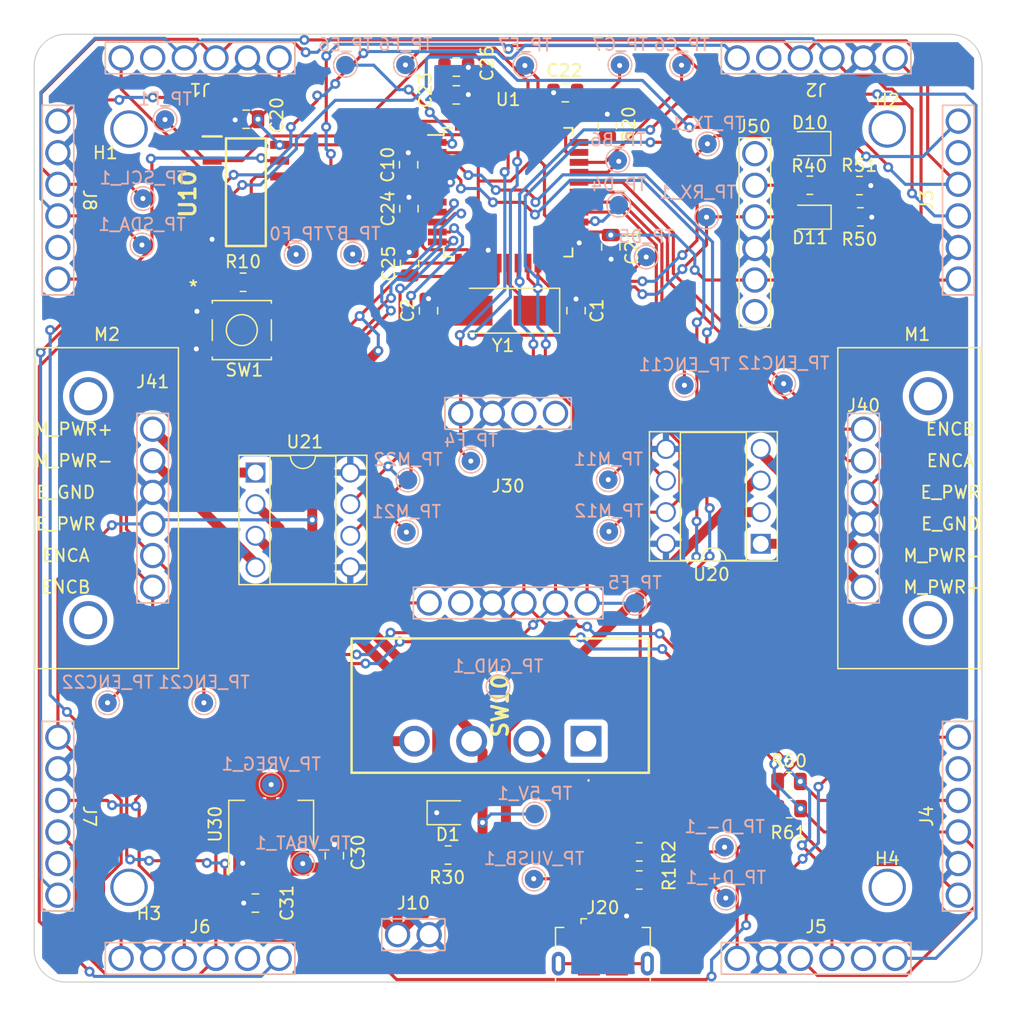
<source format=kicad_pcb>
(kicad_pcb (version 20211014) (generator pcbnew)
  (layers (0 "F.Cu" signal) (31 "B.Cu" signal) (34 "B.Paste" user) (35 "F.Paste" user) (36 "B.SilkS" user "B.Silkscreen") (37 "F.SilkS" user "F.Silkscreen") (38 "B.Mask" user) (39 "F.Mask" user) (44 "Edge.Cuts" user))
  (net 0 "")
  (net 1 "GND")
  (net 2 "/XTAL1")
  (net 3 "/XTAL2")
  (net 4 "/UCAP")
  (net 5 "+5V")
  (net 6 "+8V")
  (net 7 "VREG")
  (net 8 "Net-(D1-Pad2)")
  (net 9 "Net-(D10-Pad1)")
  (net 10 "TX")
  (net 11 "Net-(D11-Pad1)")
  (net 12 "RX")
  (net 13 "SCL")
  (net 14 "SDA")
  (net 16 "XS1")
  (net 18 "XS2")
  (net 20 "XS3")
  (net 22 "XS4")
  (net 24 "XS5")
  (net 26 "XS6")
  (net 28 "XS7")
  (net 30 "XS8")
  (net 31 "VUSB")
  (net 32 "Net-(J20-Pad2)")
  (net 33 "Net-(J20-Pad3)")
  (net 35 "unconnected-(J20-Pad6)")
  (net 37 "BNO_RST")
  (net 38 "BNO_INT")
  (net 41 "M1_PWR+")
  (net 42 "M1_PWR-")
  (net 43 "ENC11")
  (net 44 "ENC12")
  (net 45 "M2_PWR+")
  (net 46 "M2_PWR-")
  (net 47 "ENC21")
  (net 48 "ENC22")
  (net 50 "Net-(J50-Pad5)")
  (net 56 "D+")
  (net 57 "D-")
  (net 58 "/~{RESET}")
  (net 59 "/PE2")
  (net 61 "PB6")
  (net 62 "PB7")
  (net 63 "PC6")
  (net 64 "PC7")
  (net 65 "PD4")
  (net 66 "PD5")
  (net 67 "PE6")
  (net 68 "SR_C")
  (net 69 "SR_D")
  (net 70 "PF6")
  (net 71 "PF7")
  (net 72 "M11")
  (net 73 "M12")
  (net 74 "M21")
  (net 75 "M22")
  (footprint "CustomFootprints:VL6180X" (layer "F.Cu") (at 150.495 64.135 90)
    (fp_text reference "J3")
    (fp_text value "VL6180X")
  )
  (footprint "Capacitor_SMD:C_0805_2012Metric" (layer "F.Cu") (at 118.8974 55.499 180)
    (fp_text reference "C22")
    (fp_text value "0.1uF")
  )
  (footprint "MountingHole:MountingHole_2.5mm_Pad" (layer "F.Cu") (at 144.78 58.42)
    (fp_text reference "H2")
    (fp_text value "MountingHole")
  )
  (footprint "CustomFootprints:Adafruit_L9110_HBridge" (layer "F.Cu") (at 130.8254 95.0131 180)
    (fp_text reference "U20")
    (fp_text value "L9110_HBridge")
  )
  (footprint "CustomFootprints:6V_DC_Motor" (layer "F.Cu") (at 142.875 86.36 180)
    (fp_text reference "J40")
    (fp_text value "6V_DC_Motor")
  )
  (footprint "CustomFootprints:VL6180X" (layer "F.Cu") (at 139.065 125.095)
    (fp_text reference "J5")
    (fp_text value "VL6180X")
  )
  (footprint "Connector_USB:USB_Micro-B_GCT_USB3076-30-A" (layer "F.Cu") (at 121.92 124.322)
    (fp_text reference "J20")
    (fp_text value "USB_B_Micro")
  )
  (footprint "Capacitor_SMD:C_0805_2012Metric" (layer "F.Cu") (at 110.1344 55.6768)
    (fp_text reference "C23")
    (fp_text value "0.1uF")
  )
  (footprint "CustomFootprints:SOIC127P600X175-14N" (layer "F.Cu") (at 93.218 63.5)
    (fp_text reference "U10")
    (fp_text value "SN74HCS264DR" hide)
  )
  (footprint "CustomFootprints:HC-05" (layer "F.Cu") (at 134.1374 76.9112 180)
    (fp_text reference "J50")
    (fp_text value "HC-05")
  )
  (footprint "Diode_SMD:D_0805_2012Metric" (layer "F.Cu") (at 138.557 59.5884 180)
    (fp_text reference "D10")
    (fp_text value "LED_Small")
  )
  (footprint "CustomFootprints:VL6180X" (layer "F.Cu") (at 139.065 52.705 180)
    (fp_text reference "J2")
    (fp_text value "VL6180X")
  )
  (footprint "Capacitor_SMD:C_0805_2012Metric" (layer "F.Cu") (at 93.2434 57.6326 180)
    (fp_text reference "C20")
    (fp_text value "0.1uF")
  )
  (footprint "Resistor_SMD:R_0805_2012Metric" (layer "F.Cu") (at 136.906 113.0554)
    (fp_text reference "R61")
    (fp_text value "2k2")
  )
  (footprint "Resistor_SMD:R_0805_2012Metric" (layer "F.Cu") (at 124.841 116.5352 180)
    (fp_text reference "R2")
    (fp_text value "22r")
  )
  (footprint "Capacitor_SMD:C_0805_2012Metric" (layer "F.Cu") (at 110.1344 53.4416)
    (fp_text reference "C26")
    (fp_text value "10uF")
  )
  (footprint "Resistor_SMD:R_0805_2012Metric" (layer "F.Cu") (at 138.557 62.9412 180)
    (fp_text reference "R40")
    (fp_text value "100r")
  )
  (footprint "Capacitor_SMD:C_0805_2012Metric" (layer "F.Cu") (at 106.299 61.2902 90)
    (fp_text reference "C10")
    (fp_text value "1uF")
  )
  (footprint "Capacitor_SMD:C_0805_2012Metric" (layer "F.Cu") (at 107.8992 73.025 -90)
    (fp_text reference "C2")
    (fp_text value "15pF")
  )
  (footprint "Capacitor_SMD:C_0805_2012Metric" (layer "F.Cu") (at 122.555 67.8942 -90)
    (fp_text reference "C21")
    (fp_text value "0.1uF")
  )
  (footprint "Capacitor_SMD:C_0805_2012Metric" (layer "F.Cu") (at 93.98 120.65)
    (fp_text reference "C31")
    (fp_text value "22uF")
  )
  (footprint "CustomFootprints:VL6180X" (layer "F.Cu") (at 78.105 113.665 -90)
    (fp_text reference "J7")
    (fp_text value "VL6180X")
  )
  (footprint "Resistor_SMD:R_0805_2012Metric" (layer "F.Cu") (at 124.841 118.7958)
    (fp_text reference "R1")
    (fp_text value "22r")
  )
  (footprint "Resistor_SMD:R_0805_2012Metric" (layer "F.Cu") (at 142.621 65.4812)
    (fp_text reference "R50")
    (fp_text value "1k")
  )
  (footprint "CustomFootprints:Motor_Mount" (layer "F.Cu") (at 80.5434 88.9 90)
    (fp_text reference "M2")
    (fp_text value "M2_Mount")
  )
  (footprint "CustomFootprints:VL6180X" (layer "F.Cu") (at 89.535 125.095)
    (fp_text reference "J6")
    (fp_text value "VL6180X")
  )
  (footprint "CustomFootprints:BNO055" (layer "F.Cu") (at 114.3 87.63)
    (fp_text reference "J30")
    (fp_text value "BNO-055")
  )
  (footprint "CustomFootprints:6V_DC_Motor" (layer "F.Cu") (at 85.725 91.44)
    (fp_text reference "J41")
    (fp_text value "6V_DC_Motor")
  )
  (footprint "Capacitor_SMD:C_0805_2012Metric" (layer "F.Cu") (at 100.33 116.84 90)
    (fp_text reference "C30")
    (fp_text value "10uF")
  )
  (footprint "CustomFootprints:VL6180X" (layer "F.Cu") (at 78.105 64.135 -90)
    (fp_text reference "J8")
    (fp_text value "VL6180X")
  )
  (footprint "MountingHole:MountingHole_2.5mm_Pad" (layer "F.Cu") (at 83.82 119.38)
    (fp_text reference "H3")
    (fp_text value "MountingHole")
  )
  (footprint "Diode_SMD:D_0805_2012Metric" (layer "F.Cu") (at 109.474 113.3856)
    (fp_text reference "D1")
    (fp_text value "LED_Small")
  )
  (footprint "CustomFootprints:POWER_TERM" (layer "F.Cu") (at 106.68 123.19)
    (fp_text reference "J10")
    (fp_text value "Screw_Terminal_01x02")
  )
  (footprint "Resistor_SMD:R_0805_2012Metric" (layer "F.Cu") (at 142.5448 62.9666 180)
    (fp_text reference "R51")
    (fp_text value "1k")
  )
  (footprint "Package_TO_SOT_SMD:SOT-223-3_TabPin2" (layer "F.Cu") (at 95.25 114.3 90)
    (fp_text reference "U30")
    (fp_text value "AZ1117I-5.0")
  )
  (footprint "CustomFootprints:Motor_Mount" (layer "F.Cu") (at 148.0566 88.9 -90)
    (fp_text reference "M1")
    (fp_text value "M1_Mount")
  )
  (footprint "Crystal:Crystal_SMD_5032-2Pin_5.0x3.2mm_HandSoldering" (layer "F.Cu") (at 113.8936 73.025 180)
    (fp_text reference "Y1")
    (fp_text value "16Mhz")
  )
  (footprint "Resistor_SMD:R_0805_2012Metric" (layer "F.Cu") (at 136.8806 110.871)
    (fp_text reference "R60")
    (fp_text value "2k2")
  )
  (footprint "MountingHole:MountingHole_2.5mm_Pad" (layer "F.Cu") (at 83.82 58.42)
    (fp_text reference "H1")
    (fp_text value "MountingHole")
  )
  (footprint "CustomFootprints:VL6180X" (layer "F.Cu") (at 150.495 113.665 90)
    (fp_text reference "J4")
    (fp_text value "VL6180X")
  )
  (footprint "Capacitor_SMD:C_0805_2012Metric" (layer "F.Cu") (at 119.761 73.025 -90)
    (fp_text reference "C1")
    (fp_text value "15pF")
  )
  (footprint "CustomFootprints:VL6180X" (layer "F.Cu") (at 89.535 52.705 180)
    (fp_text reference "J1")
    (fp_text value "VL6180X")
  )
  (footprint "CustomFootprints:TL3305AF260QG" (layer "F.Cu") (at 92.8878 74.5871)
    (fp_text reference "SW1")
    (fp_text value "SW_Push_Dual" hide)
  )
  (footprint "CustomFootprints:L103011MS02Q" (layer "F.Cu") (at 120.565 107.635 90)
    (fp_text reference "SW10")
    (fp_text value "L103011MS02Q" hide)
  )
  (footprint "Capacitor_SMD:C_0805_2012Metric" (layer "F.Cu") (at 106.3244 64.8208 90)
    (fp_text reference "C24")
    (fp_text value "0.1uF")
  )
  (footprint "Resistor_SMD:R_0805_2012Metric" (layer "F.Cu") (at 109.474 116.7892)
    (fp_text reference "R30")
    (fp_text value "1k")
  )
  (footprint "MountingHole:MountingHole_2.5mm_Pad" (layer "F.Cu") (at 144.78 119.38)
    (fp_text reference "H4")
    (fp_text value "MountingHole")
  )
  (footprint "CustomFootprints:Adafruit_L9110_HBridge" (layer "F.Cu") (at 97.7746 82.7869)
    (fp_text reference "U21")
    (fp_text value "L9110_HBridge")
  )
  (footprint "Diode_SMD:D_0805_2012Metric" (layer "F.Cu") (at 138.5824 65.5066 180)
    (fp_text reference "D11")
    (fp_text value "LED_Small")
  )
  (footprint "Capacitor_SMD:C_0805_2012Metric" (layer "F.Cu") (at 106.3752 69.2404 90)
    (fp_text reference "C25")
    (fp_text value "0.1uF")
  )
  (footprint "Resistor_SMD:R_0805_2012Metric" (layer "F.Cu") (at 92.9894 70.739)
    (fp_text reference "R10")
    (fp_text value "10k")
  )
  (footprint "Resistor_SMD:R_0805_2012Metric" (layer "F.Cu") (at 122.2756 58.166 90)
    (fp_text reference "R20")
    (fp_text value "10k")
  )
  (footprint "Package_QFP:TQFP-44_10x10mm_P0.8mm" (layer "F.Cu") (at 114.3 63.5)
    (fp_text reference "U1")
    (fp_text value "ATmega32U4-A")
  )
  (footprint "TestPoint:TestPoint_Pad_D1.5mm" (layer "B.Cu") (at 122.3518 86.614 180)
    (fp_text reference "TP_M11")
    (fp_text value "TestPoint")
  )
  (footprint "TestPoint:TestPoint_Pad_D1.5mm" (layer "B.Cu") (at 131.699 116.1542 180)
    (fp_text reference "TP_D-_1")
    (fp_text value "TestPoint")
  )
  (footprint "TestPoint:TestPoint_Pad_D1.5mm" (layer "B.Cu") (at 97.79 117.475 180)
    (fp_text reference "TP_VBAT_1")
    (fp_text value "TestPoint")
  )
  (footprint "TestPoint:TestPoint_Pad_D1.5mm" (layer "B.Cu") (at 97.2566 68.5038 180)
    (fp_text reference "TP_F0")
    (fp_text value "TestPoint")
  )
  (footprint "TestPoint:TestPoint_Pad_D1.5mm" (layer "B.Cu") (at 86.7156 57.658 180)
    (fp_text reference "TP_F1")
    (fp_text value "TestPoint")
  )
  (footprint "TestPoint:TestPoint_Pad_D1.5mm" (layer "B.Cu") (at 116.3828 118.7196 180)
    (fp_text reference "TP_VUSB_1")
    (fp_text value "TestPoint")
  )
  (footprint "TestPoint:TestPoint_Pad_D1.5mm" (layer "B.Cu") (at 101.219 53.2892 180)
    (fp_text reference "TP_E6")
    (fp_text value "TestPoint")
  )
  (footprint "TestPoint:TestPoint_Pad_D1.5mm" (layer "B.Cu") (at 131.8006 120.2436 180)
    (fp_text reference "TP_D+_1")
    (fp_text value "TestPoint")
  )
  (footprint "TestPoint:TestPoint_Pad_D1.5mm" (layer "B.Cu") (at 89.8398 104.5464 180)
    (fp_text reference "TP_ENC21")
    (fp_text value "TestPoint")
  )
  (footprint "TestPoint:TestPoint_Pad_D1.5mm" (layer "B.Cu") (at 130.3274 59.6138 180)
    (fp_text reference "TP_TX_1")
    (fp_text value "TestPoint")
  )
  (footprint "TestPoint:TestPoint_Pad_D1.5mm" (layer "B.Cu") (at 84.8614 67.7418 180)
    (fp_text reference "TP_SDA_1")
    (fp_text value "TestPoint")
  )
  (footprint "TestPoint:TestPoint_Pad_D1.5mm" (layer "B.Cu") (at 124.4854 96.5454 180)
    (fp_text reference "TP_F5")
    (fp_text value "TestPoint")
  )
  (footprint "TestPoint:TestPoint_Pad_D1.5mm" (layer "B.Cu") (at 128.4732 79.0194 180)
    (fp_text reference "TP_ENC11")
    (fp_text value "TestPoint")
  )
  (footprint "TestPoint:TestPoint_Pad_D1.5mm" (layer "B.Cu") (at 123.19 64.5414 180)
    (fp_text reference "TP_D4")
    (fp_text value "TestPoint")
  )
  (footprint "TestPoint:TestPoint_Pad_D1.5mm" (layer "B.Cu") (at 130.2512 65.5066 180)
    (fp_text reference "TP_RX_1")
    (fp_text value "TestPoint")
  )
  (footprint "TestPoint:TestPoint_Pad_D1.5mm" (layer "B.Cu") (at 122.4026 90.7796 180)
    (fp_text reference "TP_M12")
    (fp_text value "TestPoint")
  )
  (footprint "TestPoint:TestPoint_Pad_D1.5mm" (layer "B.Cu") (at 113.4872 103.251 180)
    (fp_text reference "TP_GND_1")
    (fp_text value "TestPoint")
  )
  (footprint "TestPoint:TestPoint_Pad_D1.5mm" (layer "B.Cu") (at 106.2482 86.6394 180)
    (fp_text reference "TP_M22")
    (fp_text value "TestPoint")
  )
  (footprint "TestPoint:TestPoint_Pad_D1.5mm" (layer "B.Cu") (at 125.3998 68.707 180)
    (fp_text reference "TP_D5")
    (fp_text value "TestPoint")
  )
  (footprint "TestPoint:TestPoint_Pad_D1.5mm" (layer "B.Cu") (at 116.4336 113.4872 180)
    (fp_text reference "TP_5V_1")
    (fp_text value "TestPoint")
  )
  (footprint "TestPoint:TestPoint_Pad_D1.5mm" (layer "B.Cu") (at 128.2446 53.2892 180)
    (fp_text reference "TP_C6")
    (fp_text value "TestPoint")
  )
  (footprint "TestPoint:TestPoint_Pad_D1.5mm" (layer "B.Cu") (at 106.045 53.2638 180)
    (fp_text reference "TP_F6")
    (fp_text value "TestPoint")
  )
  (footprint "TestPoint:TestPoint_Pad_D1.5mm" (layer "B.Cu") (at 123.2916 53.2638 180)
    (fp_text reference "TP_C7")
    (fp_text value "TestPoint")
  )
  (footprint "TestPoint:TestPoint_Pad_D1.5mm" (layer "B.Cu") (at 82.0928 104.5464 180)
    (fp_text reference "TP_ENC22")
    (fp_text value "TestPoint")
  )
  (footprint "TestPoint:TestPoint_Pad_D1.5mm" (layer "B.Cu") (at 84.9376 64.008 180)
    (fp_text reference "TP_SCL_1")
    (fp_text value "TestPoint")
  )
  (footprint "TestPoint:TestPoint_Pad_D1.5mm" (layer "B.Cu") (at 136.4488 78.8924 180)
    (fp_text reference "TP_ENC12")
    (fp_text value "TestPoint")
  )
  (footprint "TestPoint:TestPoint_Pad_D1.5mm" (layer "B.Cu") (at 111.3028 85.1154 180)
    (fp_text reference "TP_F4")
    (fp_text value "TestPoint")
  )
  (footprint "TestPoint:TestPoint_Pad_D1.5mm" (layer "B.Cu") (at 95.25 111.125 180)
    (fp_text reference "TP_VREG_1")
    (fp_text value "TestPoint")
  )
  (footprint "TestPoint:TestPoint_Pad_D1.5mm" (layer "B.Cu") (at 101.8032 68.4784 180)
    (fp_text reference "TP_B7")
    (fp_text value "TestPoint")
  )
  (footprint "TestPoint:TestPoint_Pad_D1.5mm" (layer "B.Cu") (at 123.1138 60.9346 180)
    (fp_text reference "TP_B6")
    (fp_text value "TestPoint")
  )
  (footprint "TestPoint:TestPoint_Pad_D1.5mm" (layer "B.Cu") (at 115.6462 53.3146 180)
    (fp_text reference "TP_F7")
    (fp_text value "TestPoint")
  )
  (footprint "TestPoint:TestPoint_Pad_D1.5mm" (layer "B.Cu") (at 106.1212 90.8304 180)
    (fp_text reference "TP_M21")
    (fp_text value "TestPoint")
  )
  (gr_arc (start 149.86 50.8) (mid 151.656051 51.543949) (end 152.4 53.34) (layer "Edge.Cuts") (width 0.1))
  (gr_line (start 149.86 127) (end 78.74 127) (layer "Edge.Cuts") (width 0.1))
  (gr_line (start 78.74 50.8) (end 149.86 50.8) (layer "Edge.Cuts") (width 0.1))
  (gr_line (start 152.4 53.34) (end 152.4 124.46) (layer "Edge.Cuts") (width 0.1))
  (gr_arc (start 152.4 124.46) (mid 151.656051 126.256051) (end 149.86 127) (layer "Edge.Cuts") (width 0.1))
  (gr_arc (start 78.74 127) (mid 76.943949 126.256051) (end 76.2 124.46) (layer "Edge.Cuts") (width 0.1))
  (gr_line (start 76.2 124.46) (end 76.2 53.34) (layer "Edge.Cuts") (width 0.1))
  (gr_arc (start 76.2 53.34) (mid 76.943949 51.543949) (end 78.74 50.8) (layer "Edge.Cuts") (width 0.1))
  (segment (start 119.761 72.075) (end 119.761 72.0852) (width 0.25) (layer "F.Cu") (net 1))
  (segment (start 108.6 62.7) (end 109.639442 62.700001) (width 0.25) (layer "F.Cu") (net 1))
  (segment (start 89.2415 76.0871) (end 89.2302 76.0984) (width 0.25) (layer "F.Cu") (net 1))
  (segment (start 92.2934 57.6326) (end 92.3036 57.6326) (width 0.25) (layer "F.Cu") (net 1))
  (segment (start 120 67.559502) (end 120.015 67.574502) (width 0.25) (layer "F.Cu") (net 1))
  (segment (start 89.2697 73.0871) (end 89.281 73.0758) (width 0.25) (layer "F.Cu") (net 1))
  (segment (start 100.33 115.89) (end 100.33 115.951) (width 0.25) (layer "F.Cu") (net 1))
  (segment (start 93.03 120.65) (end 93.0402 120.65) (width 0.25) (layer "F.Cu") (net 1))
  (segment (start 111.0844 53.4416) (end 111.0844 53.4518) (width 0.25) (layer "F.Cu") (net 1))
  (segment (start 111.1 57.8) (end 111.1 55.6518) (width 0.25) (layer "F.Cu") (net 1))
  (segment (start 122.555 68.8442) (end 122.555 68.8594) (width 0.25) (layer "F.Cu") (net 1))
  (segment (start 122.2756 57.2535) (end 122.2756 57.2262) (width 0.25) (layer "F.Cu") (net 1))
  (segment (start 89.2429 73.0871) (end 89.2697 73.0871) (width 0.25) (layer "F.Cu") (net 1))
  (segment (start 107.8992 72.075) (end 107.8992 72.0598) (width 0.25) (layer "F.Cu") (net 1))
  (segment (start 123.22 122.872) (end 123.22 122.2964) (width 0.4) (layer "F.Cu") (net 1))
  (segment (start 143.5335 65.5047) (end 143.5354 65.5066) (width 0.25) (layer "F.Cu") (net 1))
  (segment (start 111.0844 55.6666) (end 111.0996 55.6514) (width 0.25) (layer "F.Cu") (net 1))
  (segment (start 92.9636 117.45) (end 92.964 117.4496) (width 0.25) (layer "F.Cu") (net 1))
  (segment (start 89.2429 76.0871) (end 89.2415 76.0871) (width 0.25) (layer "F.Cu") (net 1))
  (segment (start 106.299 60.3402) (end 106.2888 60.3402) (width 0.25) (layer "F.Cu") (net 1))
  (segment (start 90.506 67.31) (end 90.506 67.2904) (width 0.25) (layer "F.Cu") (net 1))
  (segment (start 143.4573 62.9666) (end 143.4592 62.9666) (width 0.25) (layer "F.Cu") (net 1))
  (segment (start 92.95 117.45) (end 92.9636 117.45) (width 0.25) (layer "F.Cu") (net 1))
  (segment (start 106.3752 68.2904) (end 106.3752 68.3006) (width 0.25) (layer "F.Cu") (net 1))
  (segment (start 108.5365 113.3856) (end 108.5596 113.3856) (width 0.25) (layer "F.Cu") (net 1))
  (segment (start 123.22 122.2964) (end 123.825 121.6914) (width 0.4) (layer "F.Cu") (net 1))
  (segment (start 111.0844 53.4518) (end 111.0996 53.467) (width 0.25) (layer "F.Cu") (net 1))
  (segment (start 143.5335 65.4812) (end 143.5335 65.5047) (width 0.25) (layer "F.Cu") (net 1))
  (segment (start 122.555 68.8594) (end 122.5804 68.8848) (width 0.25) (layer "F.Cu") (net 1))
  (segment (start 111.0844 55.6768) (end 111.0844 55.6666) (width 0.25) (layer "F.Cu") (net 1))
  (segment (start 120 67.5) (end 120 67.559502) (width 0.25) (layer "F.Cu") (net 1))
  (segment (start 117.5 57.8) (end 117.5 55.9464) (width 0.25) (layer "F.Cu") (net 1))
  (segment (start 106.2888 60.3402) (end 106.2736 60.325) (width 0.25) (layer "F.Cu") (net 1))
  (segment (start 106.3752 68.3006) (end 106.3498 68.326) (width 0.25) (layer "F.Cu") (net 1))
  (segment (start 106.3244 63.8708) (end 106.3244 63.9064) (width 0.25) (layer "F.Cu") (net 1))
  (segment (start 92.3036 57.6326) (end 92.3544 57.6834) (width 0.25) (layer "F.Cu") (net 1))
  (segment (start 117.9474 55.499) (end 117.9576 55.499) (width 0.25) (layer "F.Cu") (net 1))
  (segment (start 90.506 67.2904) (end 90.5002 67.2846) (width 0.25) (layer "F.Cu") (net 1))
  (segment (start 117.5 55.9464) (end 117.9474 55.499) (width 0.25) (layer "F.Cu") (net 1))
  (segment (start 112.7 69.2) (end 112.700001 68.160558) (width 0.25) (layer "F.Cu") (net 1))
  (segment (start 111.1 55.6518) (end 111.0996 55.6514) (width 0.25) (layer "F.Cu") (net 1))
  (via (at 117.9576 55.499) (size 0.8) (drill 0.4) (layers "F.Cu" "B.Cu") (net 1))
  (via (at 111.0996 55.6514) (size 0.8) (drill 0.4) (layers "F.Cu" "B.Cu") (net 1))
  (via (at 143.4592 62.9666) (size 0.8) (drill 0.4) (layers "F.Cu" "B.Cu") (net 1))
  (via (at 92.3544 57.6834) (size 0.8) (drill 0.4) (layers "F.Cu" "B.Cu") (net 1))
  (via (at 90.5002 67.2846) (size 0.8) (drill 0.4) (layers "F.Cu" "B.Cu") (net 1))
  (via (at 111.0996 53.467) (size 0.8) (drill 0.4) (layers "F.Cu" "B.Cu") (net 1))
  (via (at 89.281 73.0758) (size 0.8) (drill 0.4) (layers "F.Cu" "B.Cu") (net 1))
  (via (at 122.5804 68.8848) (size 0.8) (drill 0.4) (layers "F.Cu" "B.Cu") (net 1))
  (via (at 143.5354 65.5066) (size 0.8) (drill 0.4) (layers "F.Cu" "B.Cu") (net 1))
  (via (at 122.2756 57.2262) (size 0.8) (drill 0.4) (layers "F.Cu" "B.Cu") (net 1))
  (via (at 123.825 121.6914) (size 0.8) (drill 0.4) (layers "F.Cu" "B.Cu") (net 1))
  (via (at 120.015 67.574502) (size 0.8) (drill 0.4) (layers "F.Cu" "B.Cu") (net 1))
  (via (at 106.3244 63.9064) (size 0.8) (drill 0.4) (layers "F.Cu" "B.Cu") (net 1))
  (via (at 93.0402 120.65) (size 0.8) (drill 0.4) (layers "F.Cu" "B.Cu") (net 1))
  (via (at 119.761 72.0852) (size 0.8) (drill 0.4) (layers "F.Cu" "B.Cu") (net 1))
  (via (at 89.2302 76.0984) (size 0.8) (drill 0.4) (layers "F.Cu" "B.Cu") (net 1))
  (via (at 109.639442 62.700001) (size 0.8) (drill 0.4) (layers "F.Cu" "B.Cu") (net 1))
  (via (at 107.8992 72.0598) (size 0.8) (drill 0.4) (layers "F.Cu" "B.Cu") (net 1))
  (via (at 108.5596 113.3856) (size 0.8) (drill 0.4) (layers "F.Cu" "B.Cu") (net 1))
  (via (at 106.3498 68.326) (size 0.8) (drill 0.4) (layers "F.Cu" "B.Cu") (net 1))
  (via (at 92.964 117.4496) (size 0.8) (drill 0.4) (layers "F.Cu" "B.Cu") (net 1))
  (via (at 112.700001 68.160558) (size 0.8) (drill 0.4) (layers "F.Cu" "B.Cu") (net 1))
  (via (at 100.33 115.951) (size 0.8) (drill 0.4) (layers "F.Cu" "B.Cu") (net 1))
  (via (at 106.2736 60.325) (size 0.8) (drill 0.4) (layers "F.Cu" "B.Cu") (net 1))
  (segment (start 114.3 69.2) (end 114.3 70.8314) (width 0.25) (layer "F.Cu") (net 2))
  (segment (start 114.3 70.8314) (end 116.4936 73.025) (width 0.25) (layer "F.Cu") (net 2))
  (segment (start 116.4936 73.025) (end 118.811 73.025) (width 0.25) (layer "F.Cu") (net 2))
  (segment (start 118.811 73.025) (end 119.761 73.975) (width 0.25) (layer "F.Cu") (net 2))
  (segment (start 113.5 70.8186) (end 113.5 69.2) (width 0.25) (layer "F.Cu") (net 3))
  (segment (start 111.2936 73.025) (end 113.5 70.8186) (width 0.25) (layer "F.Cu") (net 3))
  (segment (start 108.8492 73.025) (end 111.2936 73.025) (width 0.25) (layer "F.Cu") (net 3))
  (segment (start 107.8992 73.975) (end 108.8492 73.025) (width 0.25) (layer "F.Cu") (net 3))
  (segment (start 108.6 63.5) (end 107.5588 63.5) (width 0.25) (layer "F.Cu") (net 4))
  (segment (start 107.5588 63.5) (end 106.299 62.2402) (width 0.25) (layer "F.Cu") (net 4))
  (segment (start 111.9094 56.7906) (end 111.9094 54.9626) (width 0.25) (layer "F.Cu") (net 5))
  (segment (start 140.4931 117.555) (end 148.035 117.555) (width 0.25) (layer "F.Cu") (net 5))
  (segment (start 103.707502 59.740102) (end 105.647604 57.8) (width 0.25) (layer "F.Cu") (net 5))
  (segment (start 83.185 122.0724) (end 83.185 125.095) (width 0.25) (layer "F.Cu") (net 5))
  (segment (start 95.1028 76.7931) (end 99.0257 76.7931) (width 0.25) (layer "F.Cu") (net 5))
  (segment (start 109.1844 55.6768) (end 109.1844 53.4416) (width 0.25) (layer "F.Cu") (net 5))
  (segment (start 144.4244 71.7042) (end 143.2814 70.5612) (width 0.25) (layer "F.Cu") (net 5))
  (segment (start 147.4978 54.7878) (end 145.415 52.705) (width 0.25) (layer "F.Cu") (net 5))
  (segment (start 144.3228 70.5612) (end 150.4188 70.5612) (width 0.25) (layer "F.Cu") (net 5))
  (segment (start 144.990491 89.745491) (end 144.990491 101.848609) (width 0.25) (layer "F.Cu") (net 5))
  (segment (start 144.990491 101.848609) (end 135.9681 110.871) (width 0.25) (layer "F.Cu") (net 5))
  (segment (start 135.9935 110.8964) (end 135.9681 110.871) (width 0.25) (layer "F.Cu") (net 5))
  (segment (start 106.4598 70.275) (end 111.7766 70.275) (width 0.25) (layer "F.Cu") (net 5))
  (segment (start 142.875 87.63) (end 144.4244 86.0806) (width 0.25) (layer "F.Cu") (net 5))
  (segment (start 132.715 116.3339) (end 135.9935 113.0554) (width 0.25) (layer "F.Cu") (net 5))
  (segment (start 129.305506 69.753974) (end 130.112732 70.5612) (width 0.25) (layer "F.Cu") (net 5))
  (segment (start 98.552 81.5594) (end 103.8606 76.2508) (width 0.8) (layer "F.Cu") (net 5))
  (segment (start 79.811391 56.078609) (end 83.034951 56.078609) (width 0.25) (layer "F.Cu") (net 5))
  (segment (start 111.365 107.078886) (end 111.365 106.8438) (width 0.8) (layer "F.Cu") (net 5))
  (segment (start 105.249 59.852027) (end 105.585827 59.5152) (width 0.25) (layer "F.Cu") (net 5))
  (segment (start 108.6267 60.3267) (end 108.6 60.3) (width 0.25) (layer "F.Cu") (net 5))
  (segment (start 107.6 60.3) (end 108.6 60.3) (width 0.25) (layer "F.Cu") (net 5))
  (segment (start 110.744 116.7892) (end 112.2426 115.2906) (width 0.8) (layer "F.Cu") (net 5))
  (segment (start 107.525 59.8932) (end 107.525 60.225) (width 0.25) (layer "F.Cu") (net 5))
  (segment (start 135.9935 113.0554) (end 140.4931 117.555) (width 0.25) (layer "F.Cu") (net 5))
  (segment (start 81.77246 120.65986) (end 83.185 122.0724) (width 0.25) (layer "F.Cu") (net 5))
  (segment (start 111.7766 70.275) (end 111.9 70.1516) (width 0.25) (layer "F.Cu") (net 5))
  (segment (start 106.3244 65.7708) (end 105.249 64.6954) (width 0.25) (layer "F.Cu") (net 5))
  (segment (start 78.105 107.315) (end 78.105 94.6089) (width 0.25) (layer "F.Cu") (net 5))
  (segment (start 107.7952 64.3) (end 106.3244 65.7708) (width 0.25) (layer "F.Cu") (net 5))
  (segment (start 114.5 62.6) (end 111.9 62.6) (width 0.25) (layer "F.Cu") (net 5))
  (segment (start 97.407604 66.04) (end 103.707502 59.740102) (width 0.25) (layer "F.Cu") (net 5))
  (segment (start 79.3074 56.5826) (end 79.811391 56.078609) (width 0.25) (layer "F.Cu") (net 5))
  (segment (start 132.715 125.095) (end 132.715 116.3339) (width 0.25) (layer "F.Cu") (net 5))
  (segment (start 144.3228 70.5612) (end 147.4978 67.3862) (width 0.25) (layer "F.Cu") (net 5))
  (segment (start 106.3752 70.1904) (end 106.4598 70.275) (width 0.25) (layer "F.Cu") (net 5))
  (segment (start 90.506 59.69) (end 92.136 59.69) (width 0.25) (layer "F.Cu") (net 5))
  (segment (start 95.4925 66.04) (end 95.93 66.04) (width 0.25) (layer "F.Cu") (net 5))
  (segment (start 118.3 57.0464) (end 119.8474 55.499) (width 0.25) (layer "F.Cu") (net 5))
  (segment (start 85.725 55.88) (end 92.4408 55.88) (width 0.25) (layer "F.Cu") (net 5))
  (segment (start 92.0769 73.7672) (end 95.1028 76.7931) (width 0.25) (layer "F.Cu") (net 5))
  (segment (start 95.885 55.941) (end 95.885 52.705) (width 0.25) (layer "F.Cu") (net 5))
  (segment (start 78.105 107.315) (end 83.185 112.395) (width 0.25) (layer "F.Cu") (net 5))
  (segment (start 107.525 60.225) (end 107.6 60.3) (width 0.25) (layer "F.Cu") (net 5))
  (segment (start 120 66.7) (end 122.3108 66.7) (width 0.25) (layer "F.Cu") (net 5))
  (segment (start 111.9 69.2) (end 111.9 62.6) (width 0.25) (layer "F.Cu") (net 5))
  (segment (start 120 66.7) (end 118.6 66.7) (width 0.25) (layer "F.Cu") (net 5))
  (segment (start 111.9 61.0746) (end 111.1521 60.3267) (width 0.25) (layer "F.Cu") (net 5))
  (segment (start 111.5736 54.6268) (end 110.2344 54.6268) (width 0.25) (layer "F.Cu") (net 5))
  (segment (start 112.2426 115.2906) (end 112.2426 114.173) (width 0.8) (layer "F.Cu") (net 5))
  (segment (start 98.552 89.8398) (end 98.552 81.5594) (width 0.8) (layer "F.Cu") (net 5))
  (segment (start 118.6 66.7) (end 117.221 65.321) (width 0.25) (layer "F.Cu") (net 5))
  (segment (start 83.185 117.43406) (end 81.77246 118.8466) (width 0.25) (layer "F.Cu") (net 5))
  (segment (start 95.93 59.69) (end 95.93 59.7033) (width 0.25) (layer "F.Cu") (net 5))
  (segment (start 111.1521 60.3267) (end 108.6267 60.3267) (width 0.25) (layer "F.Cu") (net 5))
  (segment (start 98.552 94.0308) (end 98.552 89.8398) (width 0.8) (layer "F.Cu") (net 5))
  (segment (start 117.221 65.321) (end 117.221 61.341) (width 0.25) (layer "F.Cu") (net 5))
  (segment (start 109.1844 55.6768) (end 110.3 56.7924) (width 0.25) (layer "F.Cu") (net 5))
  (segment (start 99.0257 76.7931) (end 102.362 73.4568) (width 0.25) (layer "F.Cu") (net 5))
  (segment (start 79.3074 56.5826) (end 78.105 57.785) (width 0.25) (layer "F.Cu") (net 5))
  (segment (start 118.3 57.8) (end 118.3 57.0464) (width 0.25) (layer "F.Cu") (net 5))
  (segment (start 134.1374 70.5612) (end 143.2814 70.5612) (width 0.25) (layer "F.Cu") (net 5))
  (segment (start 92.0769 69.4556) (end 95.4925 66.04) (width 0.25) (layer "F.Cu") (net 5))
  (segment (start 150.4188 70.5612) (end 150.495 70.485) (width 0.25) (layer "F.Cu") (net 5))
  (segment (start 81.77246 118.8466) (end 81.77246 120.65986) (width 0.25) (layer "F.Cu") (net 5))
  (segment (start 107.95 96.52) (end 104.2924 96.52) (width 0.25) (layer "F.Cu") (net 5))
  (segment (start 95.93 59.69) (end 103.6574 59.69) (width 0.25) (layer "F.Cu") (net 5))
  (segment (start 142.875 87.63) (end 144.990491 89.745491) (width 0.25) (layer "F.Cu") (net 5))
  (segment (start 110.3865 116.7892) (end 110.744 116.7892) (width 0.8) (layer "F.Cu") (net 5))
  (segment (start 130.112732 70.5612) (end 134.1374 70.5612) (width 0.25) (layer "F.Cu") (net 5))
  (segment (start 111.9094 54.9626) (end 111.5736 54.6268) (width 0.25) (layer "F.Cu") (net 5))
  (segment (start 107.147 59.5152) (end 107.525 59.8932) (width 0.25) (layer "F.Cu") (net 5))
  (segment (start 105.6284 70.1904) (end 102.362 73.4568) (width 0.25) (layer "F.Cu") (net 5))
  (segment (start 112.2426 114.173) (end 112.2426 108.5126) (width 0.8) (layer "F.Cu") (net 5))
  (segment (start 110.2344 54.6268) (end 109.1844 55.6768) (width 0.25) (layer "F.Cu") (net 5))
  (segment (start 102.6668 98.1456) (end 98.552 94.0308) (width 0.8) (layer "F.Cu") (net 5))
  (segment (start 108.6 64.3) (end 107.7952 64.3) (width 0.25) (layer "F.Cu") (net 5))
  (segment (start 78.105 94.6089) (end 82.4423 90.2716) (width 0.25) (layer "F.Cu") (net 5))
  (segment (start 92.4408 55.88) (end 94.1934 57.6326) (width 0.25) (layer "F.Cu") (net 5))
  (segment (start 106.3752 70.1904) (end 105.6284 70.1904) (width 0.25) (layer "F.Cu") (net 5))
  (segment (start 111.9 62.6) (end 111.9 61.0746) (width 0.25) (layer "F.Cu") (net 5))
  (segment (start 83.185 112.395) (end 83.185 117.43406) (width 0.25) (layer "F.Cu") (net 5))
  (segment (start 116.49 60.61) (end 114.5 62.6) (width 0.25) (layer "F.Cu") (net 5))
  (segment (start 110.3 56.7924) (end 110.3 57.8) (width 0.25) (layer "F.Cu") (net 5))
  (segment (start 105.585827 59.5152) (end 107.147 59.5152) (width 0.25) (layer "F.Cu") (net 5))
  (segment (start 111.365 107.635) (end 111.365 107.078886) (width 0.8) (layer "F.Cu") (net 5))
  (segment (start 122.3108 66.7) (end 122.555 66.9442) (width 0.25) (layer "F.Cu") (net 5))
  (segment (start 94.1934 57.6326) (end 95.885 55.941) (width 0.25) (layer "F.Cu") (net 5))
  (segment (start 148.035 117.555) (end 150.495 120.015) (width 0.25) (layer "F.Cu") (net 5))
  (segment (start 92.0769 70.739) (end 92.0769 73.7672) (width 0.25) (layer "F.Cu") (net 5))
  (segment (start 111.9 57.8) (end 111.9 56.8) (width 0.25) (layer "F.Cu") (net 5))
  (segment (start 105.647604 57.8) (end 110.3 57.8) (width 0.25) (layer "F.Cu") (net 5))
  (segment (start 92.136 59.69) (end 94.1934 57.6326) (width 0.25) (layer "F.Cu") (net 5))
  (segment (start 111.365 106.8438) (end 102.6668 98.1456) (width 0.8) (layer "F.Cu") (net 5))
  (segment (start 117.221 61.341) (end 116.49 60.61) (width 0.25) (layer "F.Cu") (net 5))
  (segment (start 143.2814 70.5612) (end 144.3228 70.5612) (width 0.25) (layer "F.Cu") (net 5))
  (segment (start 105.249 64.6954) (end 105.249 59.852027) (width 0.25) (layer "F.Cu") (net 5))
  (segment (start 95.93 66.04) (end 97.407604 66.04) (width 0.25) (layer "F.Cu") (net 5))
  (segment (start 92.0769 70.739) (end 92.0769 69.4556) (width 0.25) (layer "F.Cu") (net 5))
  (segment (start 135.9935 113.0554) (end 135.9935 110.8964) (width 0.25) (layer "F.Cu") (net 5))
  (segment (start 104.2924 96.52) (end 102.6668 98.1456) (width 0.25) (layer "F.Cu") (net 5))
  (segment (start 103.6574 59.69) (end 103.707502 59.740102) (width 0.25) (layer "F.Cu") (net 5))
  (segment (start 118.3 57.8) (end 118.3 58.8) (width 0.25) (layer "F.Cu") (net 5))
  (segment (start 144.4244 86.0806) (end 144.4244 71.7042) (width 0.25) (layer "F.Cu") (net 5))
  (segment (start 118.3 58.8) (end 116.49 60.61) (width 0.25) (layer "F.Cu") (net 5))
  (segment (start 147.4978 67.3862) (end 147.4978 54.7878) (width 0.25) (layer "F.Cu") (net 5))
  (segment (start 112.2426 108.5126) (end 111.365 107.635) (width 0.8) (layer "F.Cu") (net 5))
  (segment (start 111.9 70.1516) (end 111.9 69.2) (width 0.25) (layer "F.Cu") (net 5))
  (segment (start 111.9 56.8) (end 111.9094 56.7906) (width 0.25) (layer "F.Cu") (net 5))
  (via (at 85.725 55.88) (size 0.8) (drill 0.4) (layers "F.Cu" "B.Cu") (net 5))
  (via (at 103.8606 76.2508) (size 0.8) (drill 0.4) (layers "F.Cu" "B.Cu") (net 5))
  (via (at 98.552 89.8398) (size 0.8) (drill 0.4) (layers "F.Cu" "B.Cu") (net 5))
  (via (at 94.1934 57.6326) (size 0.8) (drill 0.4) (layers "F.Cu" "B.Cu") (net 5))
  (via (at 82.4423 90.2716) (size 0.8) (drill 0.4) (layers "F.Cu" "B.Cu") (net 5))
  (via (at 102.362 73.4568) (size 0.8) (drill 0.4) (layers "F.Cu" "B.Cu") (net 5))
  (via (at 95.93 59.7033) (size 0.8) (drill 0.4) (layers "F.Cu" "B.Cu") (net 5))
  (via (at 122.555 66.9442) (size 0.8) (drill 0.4) (layers "F.Cu" "B.Cu") (net 5))
  (via (at 129.305506 69.753974) (size 0.8) (drill 0.4) (layers "F.Cu" "B.Cu") (net 5))
  (via (at 83.034951 56.078609) (size 0.8) (drill 0.4) (layers "F.Cu" "B.Cu") (net 5))
  (via (at 112.2426 114.173) (size 0.8) (drill 0.4) (layers "F.Cu" "B.Cu") (net 5))
  (segment (start 103.8606 74.9554) (end 103.8606 76.2508) (width 0.25) (layer "B.Cu") (net 5))
  (segment (start 83.034951 56.078609) (end 83.23356 55.88) (width 0.25) (layer "B.Cu") (net 5))
  (segment (start 82.4423 90.2716) (end 82.5439 90.17) (width 0.25) (layer "B.Cu") (net 5))
  (segment (start 129.305506 68.526101) (end 129.305506 69.753974) (width 0.25) (layer "B.Cu") (net 5))
  (segment (start 94.1934 57.9667) (end 95.93 59.7033) (width 0.25) (layer "B.Cu") (net 5))
  (segment (start 122.555 66.9442) (end 127.723605 66.9442) (width 0.25) (layer "B.Cu") (net 5))
  (segment (start 83.23356 55.88) (end 85.725 55.88) (width 0.25) (layer "B.Cu") (net 5))
  (segment (start 112.9284 113.4872) (end 112.2426 114.173) (width 0.25) (layer "B.Cu") (net 5))
  (segment (start 82.5439 90.17) (end 85.725 90.17) (width 0.25) (layer "B.Cu") (net 5))
  (segment (start 86.0552 89.8398) (end 98.552 89.8398) (width 0.25) (layer "B.Cu") (net 5))
  (segment (start 102.362 73.4568) (end 103.8606 74.9554) (width 0.25) (layer "B.Cu") (net 5))
  (segment (start 127.723605 66.9442) (end 129.305506 68.526101) (width 0.25) (layer "B.Cu") (net 5))
  (segment (start 94.1934 57.6326) (end 94.1934 57.9667) (width 0.25) (layer "B.Cu") (net 5))
  (segment (start 116.4336 113.4872) (end 112.9284 113.4872) (width 0.25) (layer "B.Cu") (net 5))
  (segment (start 85.725 90.17) (end 86.0552 89.8398) (width 0.25) (layer "B.Cu") (net 5))
  (segment (start 131.5593 89.2683) (end 134.1457 86.6819) (width 0.8) (layer "F.Cu") (net 6))
  (segment (start 98.105 117.79) (end 97.79 117.475) (width 0.8) (layer "F.Cu") (net 6))
  (segment (start 114.1222 114.9858) (end 114.1222 106.7054) (width 0.8) (layer "F.Cu") (net 6))
  (segment (start 108.6025 111.426357) (end 105.41 114.618857) (width 0.8) (layer "F.Cu") (net 6))
  (segment (start 108.6025 105.7306) (end 108.6025 111.426357) (width 0.8) (layer "F.Cu") (net 6))
  (segment (start 95.92395 93.05205) (end 108.6025 105.7306) (width 0.8) (layer "F.Cu") (net 6))
  (segment (start 131.6057 89.2219) (end 134.61 89.2219) (width 0.8) (layer "F.Cu") (net 6))
  (segment (start 93.99 91.1181) (end 95.92395 93.05205) (width 0.8) (layer "F.Cu") (net 6))
  (segment (start 105.41 114.618857) (end 105.41 123.19) (width 0.8) (layer "F.Cu") (net 6))
  (segment (start 97.55 117.45) (end 97.765 117.45) (width 0.25) (layer "F.Cu") (net 6))
  (segment (start 114.1222 106.7054) (end 131.5593 89.2683) (width 0.8) (layer "F.Cu") (net 6))
  (segment (start 93.99 88.5781) (end 95.92395 90.51205) (width 0.8) (layer "F.Cu") (net 6))
  (segment (start 107.026 121.574) (end 107.534 121.574) (width 0.8) (layer "F.Cu") (net 6))
  (segment (start 97.765 117.45) (end 97.79 117.475) (width 0.25) (layer "F.Cu") (net 6))
  (segment (start 107.534 121.574) (end 114.1222 114.9858) (width 0.8) (layer "F.Cu") (net 6))
  (segment (start 100.33 117.79) (end 98.105 117.79) (width 0.8) (layer "F.Cu") (net 6))
  (segment (start 131.5593 89.2683) (end 131.6057 89.2219) (width 0.8) (layer "F.Cu") (net 6))
  (segment (start 134.1457 86.6819) (end 134.61 86.6819) (width 0.8) (layer "F.Cu") (net 6))
  (segment (start 95.92395 90.51205) (end 95.92395 93.05205) (width 0.8) (layer "F.Cu") (net 6))
  (segment (start 105.41 123.19) (end 107.026 121.574) (width 0.8) (layer "F.Cu") (net 6))
  (segment (start 100.33 118.11) (end 105.41 123.19) (width 0.8) (layer "F.Cu") (net 6))
  (segment (start 100.33 117.79) (end 100.33 118.11) (width 0.8) (layer "F.Cu") (net 6))
  (via (at 97.79 117.475) (size 0.8) (drill 0.4) (layers "F.Cu" "B.Cu") (net 6))
  (segment (start 94.93 120.65) (end 94.93 117.77) (width 0.8) (layer "F.Cu") (net 7))
  (segment (start 95.25 111.15) (end 95.25 111.125) (width 0.25) (layer "F.Cu") (net 7))
  (segment (start 98.765 107.635) (end 95.25 111.15) (width 0.8) (layer "F.Cu") (net 7))
  (segment (start 95.25 117.45) (end 95.25 111.15) (width 0.8) (layer "F.Cu") (net 7))
  (segment (start 94.93 117.77) (end 95.25 117.45) (width 0.8) (layer "F.Cu") (net 7))
  (segment (start 106.765 107.635) (end 98.765 107.635) (width 0.8) (layer "F.Cu") (net 7))
  (via (at 95.25 111.125) (size 0.8) (drill 0.4) (layers "F.Cu" "B.Cu") (net 7))
  (segment (start 108.5615 115.2356) (end 110.4115 113.3856) (width 0.25) (layer "F.Cu") (net 8))
  (segment (start 108.5615 116.7892) (end 108.5615 115.2356) (width 0.25) (layer "F.Cu") (net 8))
  (segment (start 139.4945 59.5884) (end 141.6323 61.7262) (width 0.25) (layer "F.Cu") (net 9))
  (segment (start 141.6323 61.7262) (end 141.6323 62.9666) (width 0.25) (layer "F.Cu") (net 9))
  (segment (start 128.3087 68.5546) (end 129.4892 67.3741) (width 0.25) (layer "F.Cu") (net 10))
  (segment (start 130.9878 58.9534) (end 130.3274 59.6138) (width 0.25) (layer "F.Cu") (net 10))
  (segment (start 129.4892 60.452) (end 130.3274 59.6138) (width 0.25) (layer "F.Cu") (net 10))
  (segment (start 129.4892 67.3741) (end 129.4892 60.452) (width 0.25) (layer "F.Cu") (net 10))
  (segment (start 117.5 69.9258) (end 118.237 70.6628) (width 0.25) (layer "F.Cu") (net 10))
  (segment (start 139.4695 61.4384) (end 137.6195 59.5884) (width 0.25) (layer "F.Cu") (net 10))
  (segment (start 139.4695 62.9412) (end 139.4695 61.4384) (width 0.25) (layer "F.Cu") (net 10))
  (segment (start 118.237 70.6628) (end 125.095 70.6628) (width 0.25) (layer "F.Cu") (net 10))
  (segment (start 137.6195 59.5884) (end 136.9845 58.9534) (width 0.25) (layer "F.Cu") (net 10))
  (segment (start 136.9845 58.9534) (end 130.9878 58.9534) (width 0.25) (layer "F.Cu") (net 10))
  (segment (start 117.5 69.2) (end 117.5 69.9258) (width 0.25) (layer "F.Cu") (net 10))
  (via (at 130.3274 59.6138) (size 0.8) (drill 0.4) (layers "F.Cu" "B.Cu") (net 10))
  (via (at 125.095 70.6628) (size 0.8) (drill 0.4) (layers "F.Cu" "B.Cu") (net 10))
  (via (at 128.3087 68.5546) (size 0.8) (drill 0.4) (layers "F.Cu" "B.Cu") (net 10))
  (segment (start 126.0856 70.6628) (end 128.1938 68.5546) (width 0.25) (layer "B.Cu") (net 10))
  (segment (start 128.1938 68.5546) (end 128.3087 68.5546) (width 0.25) (layer "B.Cu") (net 10))
  (segment (start 125.095 70.6628) (end 126.0856 70.6628) (width 0.25) (layer "B.Cu") (net 10))
  (segment (start 139.5199 65.5066) (end 141.6831 65.5066) (width 0.25) (layer "F.Cu") (net 11))
  (segment (start 141.6831 65.5066) (end 141.7085 65.4812) (width 0.25) (layer "F.Cu") (net 11))
  (segment (start 124.5036 71.1128) (end 125.095 71.7042) (width 0.25) (layer "F.Cu") (net 12))
  (segment (start 117.6128 71.1128) (end 122.8598 71.1128) (width 0.25) (layer "F.Cu") (net 12))
  (segment (start 128.3087 69.6806) (end 130.2512 67.7381) (width 0.25) (layer "F.Cu") (net 12))
  (segment (start 116.7 69.2) (end 116.7 70.2) (width 0.25) (layer "F.Cu") (net 12))
  (segment (start 130.2512 67.7381) (end 130.2512 65.5066) (width 0.25) (layer "F.Cu") (net 12))
  (segment (start 137.6449 65.5066) (end 137.6195 65.4812) (width 0.25) (layer "F.Cu") (net 12))
  (segment (start 130.2766 65.4812) (end 130.2512 65.5066) (width 0.25) (layer "F.Cu") (net 12))
  (segment (start 134.1374 65.4812) (end 130.2766 65.4812) (width 0.25) (layer "F.Cu") (net 12))
  (segment (start 116.7 70.2) (end 117.6128 71.1128) (width 0.25) (layer "F.Cu") (net 12))
  (segment (start 137.6195 65.4812) (end 134.1374 65.4812) (width 0.25) (layer "F.Cu") (net 12))
  (segment (start 122.8598 71.1128) (end 124.5036 71.1128) (width 0.25) (layer "F.Cu") (net 12))
  (via (at 128.3087 69.6806) (size 0.8) (drill 0.4) (layers "F.Cu" "B.Cu") (net 12))
  (via (at 125.095 71.7042) (size 0.8) (drill 0.4) (layers "F.Cu" "B.Cu") (net 12))
  (via (at 130.2512 65.5066) (size 0.8) (drill 0.4) (layers "F.Cu" "B.Cu") (net 12))
  (segment (start 125.095 71.7042) (end 126.2851 71.7042) (width 0.25) (layer "B.Cu") (net 12))
  (segment (start 126.2851 71.7042) (end 128.3087 69.6806) (width 0.25) (layer "B.Cu") (net 12))
  (segment (start 146.7733 56.8065) (end 146.7733 63.5895) (width 0.25) (layer "F.Cu") (net 13))
  (segment (start 96.993295 51.3588) (end 97.616695 51.9822) (width 0.25) (layer "F.Cu") (net 13))
  (segment (start 115.57 96.52) (end 113.177954 98.912046) (width 0.25) (layer "F.Cu") (net 13))
  (segment (start 151.8412 120.9294) (end 146.304 126.4666) (width 0.25) (layer "F.Cu") (net 13))
  (segment (start 115.57 96.52) (end 118.330663 99.280663) (width 0.25) (layer "F.Cu") (net 13))
  (segment (start 84.3595 112.322791) (end 96.014687 100.667604) (width 0.25) (layer "F.Cu") (net 13))
  (segment (start 115.1 70.56314) (end 115.225217 70.688357) (width 0.25) (layer "F.Cu") (net 13))
  (segment (start 115.1 69.2) (end 115.1 70.56314) (width 0.25) (layer "F.Cu") (net 13))
  (segment (start 78.105 62.865) (end 83.7946 62.865) (width 0.25) (layer "F.Cu") (net 13))
  (segment (start 146.3548 56.388) (end 146.7733 56.8065) (width 0.25) (layer "F.Cu") (net 13))
  (segment (start 125.7216 58.4878) (end 127.8214 56.388) (width 0.25) (layer "F.Cu") (net 13))
  (segment (start 88.265 121.24406) (end 84.6345 117.61356) (width 0.25) (layer "F.Cu") (net 13))
  (segment (start 141.7574 54.1274) (end 143.6116 54.1274) (width 0.25) (layer "F.Cu") (net 13))
  (segment (start 145.1731 55.2063) (end 146.7733 56.8065) (width 0.25) (layer "F.Cu") (net 13))
  (segment (start 139.6981 114.935) (end 150.495 114.935) (width 0.25) (layer "F.Cu") (net 13))
  (segment (start 97.616695 51.9822) (end 97.752449 51.9822) (width 0.25) (layer "F.Cu") (net 13))
  (segment (start 126.692128 100.222527) (end 135.696681 109.22708) (width 0.25) (layer "F.Cu") (net 13))
  (segment (start 92.1512 51.3588) (end 96.993295 51.3588) (width 0.25) (layer "F.Cu") (net 13))
  (segment (start 76.7588 55.5498) (end 76.7588 61.5188) (width 0.25) (layer "F.Cu") (net 13))
  (segment (start 146.9257 63.5895) (end 146.7733 63.5895) (width 0.25) (layer "F.Cu") (net 13))
  (segment (start 84.6345 113.1272) (end 84.3595 112.8522) (width 0.25) (layer "F.Cu") (net 13))
  (segment (start 150.495 114.935) (end 151.8412 116.2812) (width 0.25) (layer "F.Cu") (net 13))
  (segment (start 116.332 77.605539) (end 119.5578 80.831339) (width 0.25) (layer "F.Cu") (net 13))
  (segment (start 82.4605 112.780299) (end 82.075201 112.395) (width 0.25) (layer "F.Cu") (net 13))
  (segment (start 84.6345 117.61356) (end 84.6345 113.1272) (width 0.25) (layer "F.Cu") (net 13))
  (segment (start 84.3595 112.8522) (end 84.3595 112.322791) (width 0.25) (layer "F.Cu") (net 13))
  (segment (start 119.5578 89.535) (end 115.57 93.5228) (width 0.25) (layer "F.Cu") (net 13))
  (segment (start 90.805 52.705) (end 92.1512 51.3588) (width 0.25) (layer "F.Cu") (net 13))
  (segment (start 113.177954 98.912046) (end 104.846754 98.912046) (width 0.25) (layer "F.Cu") (net 13))
  (segment (start 119.5578 80.831339) (end 119.5578 89.535) (width 0.25) (layer "F.Cu") (net 13))
  (segment (start 139.1666 126.4666) (end 137.795 125.095) (width 0.25) (layer "F.Cu") (net 13))
  (segment (start 144.6905 55.2063) (end 143.6116 54.1274) (width 0.25) (layer "F.Cu") (net 13))
  (segment (start 144.6905 55.2063) (end 145.1731 55.2063) (width 0.25) (layer "F.Cu") (net 13))
  (segment (start 102.125996 100.667604) (end 96.014687 100.667604) (width 0.25) (layer "F.Cu") (net 13))
  (segment (start 115.57 93.5228) (end 115.57 96.52) (width 0.25) (layer "F.Cu") (net 13))
  (segment (start 118.330663 99.280663) (end 120.13343 99.280663) (width 0.25) (layer "F.Cu") (net 13))
  (segment (start 89.3064 51.2064) (end 81.1022 51.2064) (width 0.25) (layer "F.Cu") (net 13))
  (segment (start 137.8185 113.0554) (end 139.6981 114.935) (width 0.25) (layer "F.Cu") (net 13))
  (segment (start 127.8214 56.388) (end 146.3548 56.388) (width 0.25) (layer "F.Cu") (net 13))
  (segment (start 83.7946 62.865) (end 84.9376 64.008) (width 0.25) (layer "F.Cu") (net 13))
  (segment (start 146.304 126.4666) (end 139.1666 126.4666) (width 0.25) (layer "F.Cu") (net 13))
  (segment (start 135.696681 109.22708) (end 135.696681 109.470414) (width 0.25) (layer "F.Cu") (net 13))
  (segment (start 82.075201 112.395) (end 78.105 112.395) (width 0.25) (layer "F.Cu") (net 13))
  (segment (start 140.335 52.705) (end 141.7574 54.1274) (width 0.25) (layer "F.Cu") (net 13))
  (segment (start 97.752449 51.9822) (end 98.021476 52.251227) (width 0.25) (layer "F.Cu") (net 13))
  (segment (start 90.805 52.705) (end 89.3064 51.2064) (width 0.25) (layer "F.Cu") (net 13))
  (segment (start 88.265 125.095) (end 88.265 121.24406) (width 0.25) (layer "F.Cu") (net 13))
  (segment (start 151.8412 116.2812) (end 151.8412 120.9294) (width 0.25) (layer "F.Cu") (net 13))
  (segment (start 116.332 75.717848) (end 116.332 77.605539) (width 0.25) (layer "F.Cu") (net 13))
  (segment (start 81.1022 51.2064) (end 76.7588 55.5498) (width 0.25) (layer "F.Cu") (net 13))
  (segment (start 76.7588 61.5188) (end 78.105 62.865) (width 0.25) (layer "F.Cu") (net 13))
  (via (at 146.7733 63.5895) (size 0.8) (drill 0.4) (layers "F.Cu" "B.Cu") (net 13))
  (via (at 120.13343 99.280663) (size 0.8) (drill 0.4) (layers "F.Cu" "B.Cu") (net 13))
  (via (at 116.332 75.717848) (size 0.8) (drill 0.4) (layers "F.Cu" "B.Cu") (net 13))
  (via (at 104.846754 98.912046) (size 0.8) (drill 0.4) (layers "F.Cu" "B.Cu") (net 13))
  (via (at 98.021476 52.251227) (size 0.8) (drill 0.4) (layers "F.Cu" "B.Cu") (net 13))
  (via (at 82.4605 112.780299) (size 0.8) (drill 0.4) (layers "F.Cu" "B.Cu") (net 13))
  (via (at 125.7216 58.4878) (size 0.8) (drill 0.4) (layers "F.Cu" "B.Cu") (net 13))
  (via (at 135.696681 109.470414) (size 0.8) (drill 0.4) (layers "F.Cu" "B.Cu") (net 13))
  (via (at 137.8185 113.0554) (size 0.8) (drill 0.4) (layers "F.Cu" "B.Cu") (net 13))
  (via (at 115.225217 70.688357) (size 0.8) (drill 0.4) (layers "F.Cu" "B.Cu") (net 13))
  (via (at 102.125996 100.667604) (size 0.8) (drill 0.4) (layers "F.Cu" "B.Cu") (net 13))
  (via (at 84.9376 64.008) (size 0.8) (drill 0.4) (layers "F.Cu" "B.Cu") (net 13))
  (via (at 84.3595 112.8522) (size 0.8) (drill 0.4) (layers "F.Cu" "B.Cu") (net 13))
  (via (at 126.692128 100.222527) (size 0.8) (drill 0.4) (layers "F.Cu" "B.Cu") (net 13))
  (segment (start 150.495 65.405) (end 148.5888 65.405) (width 0.25) (layer "B.Cu") (net 13))
  (segment (start 98.954973 52.251227) (end 100.0506 51.1556) (width 0.25) (layer "B.Cu") (net 13))
  (segment (start 115.225217 70.688357) (end 115.225217 63.641583) (width 0.25) (layer "B.Cu") (net 13))
  (segment (start 104.846754 98.912046) (end 103.091196 100.667604) (width 0.25) (layer "B.Cu") (net 13))
  (segment (start 115.225217 70.688357) (end 115.225217 74.02594) (width 0.25) (layer "B.Cu") (net 13))
  (segment (start 82.4605 112.780299) (end 84.287599 112.780299) (width 0.25) (layer "B.Cu") (net 13))
  (segment (start 138.7856 51.1556) (end 140.335 52.705) (width 0.25) (layer "B.Cu") (net 13))
  (segment (start 100.0506 51.1556) (end 138.7856 51.1556) (width 0.25) (layer "B.Cu") (net 13))
  (segment (start 120.379 58.4878) (end 125.7216 58.4878) (width 0.25) (layer "B.Cu") (net 13))
  (segment (start 121.075294 100.222527) (end 126.692128 100.222527) (width 0.25) (layer "B.Cu") (net 13))
  (segment (start 103.091196 100.667604) (end 102.125996 100.667604) (width 0.25) (layer "B.Cu") (net 13))
  (segment (start 115.225217 74.02594) (end 116.090939 74.891661) (width 0.25) (layer "B.Cu") (net 13))
  (segment (start 116.090939 74.891661) (end 116.332 75.132722) (width 0.25) (layer "B.Cu") (net 13))
  (segment (start 116.6368 62.23) (end 120.379 58.4878) (width 0.25) (layer "B.Cu") (net 13))
  (segment (start 116.090939 74.891661) (end 116.18355 74.984273) (width 0.25) (layer "B.Cu") (net 13))
  (segment (start 98.021476 52.251227) (end 98.954973 52.251227) (width 0.25) (layer "B.Cu") (net 13))
  (segment (start 135.696681 110.933581) (end 137.8185 113.0554) (width 0.25) (layer "B.Cu") (net 13))
  (segment (start 135.696681 109.470414) (end 135.696681 110.933581) (width 0.25) (layer "B.Cu") (net 13))
  (segment (start 115.225217 63.641583) (end 116.6368 62.23) (width 0.25) (layer "B.Cu") (net 13))
  (segment (start 120.13343 99.280663) (end 121.075294 100.222527) (width 0.25) (layer "B.Cu") (net 13))
  (segment (start 148.5888 65.405) (end 146.7733 63.5895) (width 0.25) (layer "B.Cu") (net 13))
  (segment (start 84.287599 112.780299) (end 84.3595 112.8522) (width 0.25) (layer "B.Cu") (net 13))
  (segment (start 116.332 75.132722) (end 116.332 75.717848) (width 0.25) (layer "B.Cu") (net 13))
  (segment (start 114.942654 99.636546) (end 105.5878 99.636546) (width 0.25) (layer "F.Cu") (net 14))
  (segment (start 144.8562 61.382495) (end 144.8562 61.4934) (width 0.25) (layer "F.Cu") (net 14))
  (segment (start 128.4986 57.6326) (end 128.7272 57.404) (width 0.25) (layer "F.Cu") (net 14))
  (segment (start 128.7272 57.404) (end 140.877705 57.404) (width 0.25) (layer "F.Cu") (net 14))
  (segment (start 78.105 65.405) (end 82.5246 65.405) (width 0.25) (layer "F.Cu") (net 14))
  (segment (start 82.5246 65.405) (end 84.8614 67.7418) (width 0.25) (layer "F.Cu") (net 14))
  (segment (start 146.304 51.3334) (end 148.0312 53.0606) (width 0.25) (layer "F.Cu") (net 14))
  (segment (start 139.1666 51.3334) (end 146.304 51.3334) (width 0.25) (layer "F.Cu") (net 14))
  (segment (start 117.293628 75.755723) (end 117.331503 75.717848) (width 0.25) (layer "F.Cu") (net 14))
  (segment (start 137.795 52.705) (end 139.1666 51.3334) (width 0.25) (layer "F.Cu") (net 14))
  (segment (start 115.9 69.2) (end 115.9 70.424598) (width 0.25) (layer "F.Cu") (net 14))
  (segment (start 126.288364 59.487236) (end 126.643964 59.487236) (width 0.25) (layer "F.Cu") (net 14))
  (segment (start 137.795 52.705) (end 136.3472 51.2572) (width 0.25) (layer "F.Cu") (net 14))
  (segment (start 116.302301 98.276899) (end 114.942654 99.636546) (width 0.25) (layer "F.Cu") (net 14))
  (segment (start 148.0312 60.4012) (end 150.495 62.865) (width 0.25) (layer "F.Cu") (net 14))
  (segment (start 90.805 111.2774) (end 90.805 125.095) (width 0.25) (layer "F.Cu") (net 14))
  (segment (start 117.293628 77.930771) (end 117.293628 75.755723) (width 0.25) (layer "F.Cu") (net 14))
  (segment (start 118.11 91.694) (end 120.0078 89.7962) (width 0.25) (layer "F.Cu") (net 14))
  (segment (start 118.11 96.52) (end 120.015 98.425) (width 0.25) (layer "F.Cu") (net 14))
  (segment (start 89.4588 126.4412) (end 90.805 125.095) (width 0.25) (layer "F.Cu") (net 14))
  (segment (start 126.478 98.9838) (end 136.4094 108.9152) (width 0.25) (layer "F.Cu") (net 14))
  (segment (start 126.643964 59.487236) (end 128.4986 57.6326) (width 0.25) (layer "F.Cu") (net 14))
  (segment (start 140.877705 57.404) (end 144.052705 60.579) (width 0.25) (layer "F.Cu") (net 14))
  (segment (start 136.4094 108.9266) (end 136.648651 109.165851) (width 0.25) (layer "F.Cu") (net 14))
  (segment (start 120.015 98.425) (end 120.65 98.425) (width 0.25) (layer "F.Cu") (net 14))
  (segment (start 120.0078 89.7962) (end 120.0078 80.644943) (width 0.25) (layer "F.Cu") (net 14))
  (segment (start 137.918651 116.005149) (end 140.335 118.421498) (width 0.25) (layer "F.Cu") (net 14))
  (segment (start 136.4094 108.9152) (end 136.4094 108.9266) (width 0.25) (layer "F.Cu") (net 14))
  (segment (start 125.73318 59.487236) (end 126.288364 59.487236) (width 0.25) (layer "F.Cu") (net 14))
  (segment (start 136.3472 51.2572) (end 97.917 51.2572) (width 0.25) (layer "F.Cu") (net 14))
  (segment (start 78.105 114.935) (end 79.5782 116.4082) (width 0.25) (layer "F.Cu") (net 14))
  (segment (start 148.0312 53.0606) (end 148.0312 60.4012) (width 0.25) (layer "F.Cu") (net 14))
  (segment (start 140.335 118.421498) (end 140.335 125.095) (width 0.25) (layer "F.Cu") (net 14))
  (segment (start 115.9 70.424598) (end 116.692301 71.216899) (width 0.25) (layer "F.Cu") (net 14))
  (segment (start 79.5782 116.4082) (end 79.5782 124.0028) (width 0.25) (layer "F.Cu") (net 14))
  (segment (start 137.7931 110.871) (end 139.3171 112.395) (width 0.25) (layer "F.Cu") (net 14))
  (segment (start 144.052705 60.579) (end 144.8562 61.382495) (width 0.25) (layer "F.Cu") (net 14))
  (segment (start 120.0078 80.644943) (end 117.293628 77.930771) (width 0.25) (layer "F.Cu") (net 14))
  (segment (start 82.0166 126.4412) (end 89.4588 126.4412) (width 0.25) (layer "F.Cu") (net 14))
  (segment (start 79.5782 124.0028) (end 82.0166 126.4412) (width 0.25) (layer "F.Cu") (net 14))
  (segment (start 139.3171 112.395) (end 150.495 112.395) (width 0.25) (layer "F.Cu") (net 14))
  (segment (start 102.832751 101.392104) (end 100.690296 101.392104) (width 0.25) (layer "F.Cu") (net 14))
  (segment (start 100.690296 101.392104) (end 90.805 111.2774) (width 0.25) (layer "F.Cu") (net 14))
  (segment (start 118.11 96.52) (end 118.11 91.694) (width 0.25) (layer "F.Cu") (net 14))
  (via (at 116.302301 98.276899) (size 0.8) (drill 0.4) (layers "F.Cu" "B.Cu") (net 14))
  (via (at 126.478 98.9838) (size 0.8) (drill 0.4) (layers "F.Cu" "B.Cu") (net 14))
  (via (at 116.692301 71.216899) (size 0.8) (drill 0.4) (layers "F.Cu" "B.Cu") (net 14))
  (via (at 97.917 51.2572) (size 0.8) (drill 0.4) (layers "F.Cu" "B.Cu") (net 14))
  (via (at 102.832751 101.392104) (size 0.8) (drill 0.4) (layers "F.Cu" "B.Cu") (net 14))
  (via (at 137.918651 116.005149) (size 0.8) (drill 0.4) (layers "F.Cu" "B.Cu") (net 14))
  (via (at 105.5878 99.636546) (size 0.8) (drill 0.4) (layers "F.Cu" "B.Cu") (net 14))
  (via (at 120.65 98.425) (size 0.8) (drill 0.4) (layers "F.Cu" "B.Cu") (net 14))
  (via (at 136.648651 109.165851) (size 0.8) (drill 0.4) (layers "F.Cu" "B.Cu") (net 14))
  (via (at 144.8562 61.4934) (size 0.8) (drill 0.4) (layers "F.Cu" "B.Cu") (net 14))
  (via (at 84.8614 67.7418) (size 0.8) (drill 0.4) (layers "F.Cu" "B.Cu") (net 14))
  (via (at 137.7931 110.871) (size 0.8) (drill 0.4) (layers "F.Cu" "B.Cu") (net 14))
  (via (at 117.331503 75.717848) (size 0.8) (drill 0.4) (layers "F.Cu" "B.Cu") (net 14))
  (via (at 125.73318 59.487236) (size 0.8) (drill 0.4) (layers "F.Cu" "B.Cu") (net 14))
  (segment (start 116.692301 71.216899) (end 116.692301 74.346603) (width 0.25) (layer "B.Cu") (net 14))
  (segment (start 89.7128 51.2572) (end 88.265 52.705) (width 0.25) (layer "B.Cu") (net 14))
  (segment (start 76.7334 55.4736) (end 81.0768 51.1302) (width 0.25) (layer "B.Cu") (net 14))
  (segment (start 121.2088 98.9838) (end 126.478 98.9838) (width 0.25) (layer "B.Cu") (net 14))
  (segment (start 117.095949 74.750251) (end 117.331503 74.985805) (width 0.25) (layer "B.Cu") (net 14))
  (segment (start 97.917 51.2572) (end 89.7128 51.2572) (width 0.25) (layer "B.Cu") (net 14))
  (segment (start 78.105 65.405) (end 76.7334 64.0334) (width 0.25) (layer "B.Cu") (net 14))
  (segment (start 115.675217 69.447217) (end 115.675217 63.827979) (width 0.25) (layer "B.Cu") (net 14))
  (segment (start 146.2278 62.865) (end 150.495 62.865) (width 0.25) (layer "B.Cu") (net 14))
  (segment (start 105.5878 99.636546) (end 103.832242 101.392104) (width 0.25) (layer "B.Cu") (net 14))
  (segment (start 117.331503 74.985805) (end 117.331503 75.717848) (width 0.25) (layer "B.Cu") (net 14))
  (segment (start 138.5435 115.3803) (end 137.918651 116.005149) (width 0.25) (layer "B.Cu") (net 14))
  (segment (start 116.692301 74.346603) (end 117.095949 74.750251) (width 0.25) (layer "B.Cu") (net 14))
  (segment (start 136.648651 109.165851) (end 136.648651 109.726551) (width 0.25) (layer "B.Cu") (net 14))
  (segment (start 116.692301 70.308284) (end 116.536284 70.308284) (width 0.25) (layer "B.Cu") (net 14))
  (segment (start 117.095949 74.750251) (end 117.1702 74.824502) (width 0.25) (layer "B.Cu") (net 14))
  (segment (start 116.353101 98.276899) (end 116.302301 98.276899) (width 0.25) (layer "B.Cu") (net 14))
  (segment (start 120.65 98.425) (end 121.2088 98.9838) (width 0.25) (layer "B.Cu") (net 14))
  (segment (start 76.7334 64.0334) (end 76.7334 55.4736) (width 0.25) (layer "B.Cu") (net 14))
  (segment (start 136.648651 109.726551) (end 137.7931 110.871) (width 0.25) (layer "B.Cu") (net 14))
  (segment (start 116.692301 71.216899) (end 116.692301 70.308284) (width 0.25) (layer "B.Cu") (net 14))
  (segment (start 115.675217 63.827979) (end 120.01596 59.487236) (width 0.25) (layer "B.Cu") (net 14))
  (segment (start 137.7931 110.871) (end 138.5435 111.6214) (width 0.25) (layer "B.Cu") (net 14))
  (segment (start 103.832242 101.392104) (end 102.832751 101.392104) (width 0.25) (layer "B.Cu") (net 14))
  (segment (start 138.5435 111.6214) (end 138.5435 115.3803) (width 0.25) (layer "B.Cu") (net 14))
  (segment (start 120.01596 59.487236) (end 125.73318 59.487236) (width 0.25) (layer "B.Cu") (net 14))
  (segment (start 86.6902 51.1302) (end 88.265 52.705) (width 0.25) (layer "B.Cu") (net 14))
  (segment (start 116.536284 70.308284) (end 115.675217 69.447217) (width 0.25) (layer "B.Cu") (net 14))
  (segment (start 81.0768 51.1302) (end 86.6902 51.1302) (width 0.25) (layer "B.Cu") (net 14))
  (segment (start 118.11 96.52) (end 116.353101 98.276899) (width 0.25) (layer "B.Cu") (net 14))
  (segment (start 144.8562 61.4934) (end 146.2278 62.865) (width 0.25) (layer "B.Cu") (net 14))
  (segment (start 90.21094 62.23) (end 83.185 55.20406) (width 0.25) (layer "F.Cu") (net 16))
  (segment (start 83.185 55.20406) (end 83.185 52.705) (width 0.25) (layer "F.Cu") (net 16))
  (segment (start 90.506 62.23) (end 90.21094 62.23) (width 0.25) (layer "F.Cu") (net 16))
  (segment (start 102.6668 52.3301) (end 100.401926 54.594974) (width 0.25) (layer "F.Cu") (net 18))
  (segment (start 90.8304 63.5) (end 92.2274 62.103) (width 0.25) (layer "F.Cu") (net 18))
  (segment (start 100.401926 54.594974) (end 100.401926 54.7878) (width 0.25) (layer "F.Cu") (net 18))
  (segment (start 98.952926 56.128908) (end 98.952926 55.7276) (width 0.25) (layer "F.Cu") (net 18))
  (segment (start 96.827534 58.2543) (end 98.952926 56.128908) (width 0.25) (layer "F.Cu") (net 18))
  (segment (start 90.506 63.5) (end 90.8304 63.5) (width 0.25) (layer "F.Cu") (net 18))
  (via (at 98.952926 55.7276) (size 0.8) (drill 0.4) (layers "F.Cu" "B.Cu") (net 18))
  (via (at 100.401926 54.7878) (size 0.8) (drill 0.4) (layers "F.Cu" "B.Cu") (net 18))
  (via (at 102.6668 52.3301) (size 0.8) (drill 0.4) (layers "F.Cu" "B.Cu") (net 18))
  (via (at 96.827534 58.2543) (size 0.8) (drill 0.4) (layers "F.Cu" "B.Cu") (net 18))
  (via (at 92.2274 62.103) (size 0.8) (drill 0.4) (layers "F.Cu" "B.Cu") (net 18))
  (segment (start 94.555605 62.103) (end 96.827534 59.831071) (width 0.25) (layer "B.Cu") (net 18))
  (segment (start 99.462126 55.7276) (end 100.401926 54.7878) (width 0.25) (layer "B.Cu") (net 18))
  (segment (start 115.643404 51.689001) (end 114.602005 52.7304) (width 0.25) (layer "B.Cu") (net 18))
  (segment (start 102.8081 52.1888) (end 102.6668 52.3301) (width 0.25) (layer "B.Cu") (net 18))
  (segment (start 96.827534 59.831071) (end 96.827534 58.2543) (width 0.25) (layer "B.Cu") (net 18))
  (segment (start 98.952926 55.7276) (end 99.462126 55.7276) (width 0.25) (layer "B.Cu") (net 18))
  (segment (start 113.919 52.7304) (end 113.3774 52.1888) (width 0.25) (layer "B.Cu") (net 18))
  (segment (start 92.2274 62.103) (end 94.555605 62.103) (width 0.25) (layer "B.Cu") (net 18))
  (segment (start 114.602005 52.7304) (end 113.919 52.7304) (width 0.25) (layer "B.Cu") (net 18))
  (segment (start 131.699001 51.689001) (end 115.643404 51.689001) (width 0.25) (layer "B.Cu") (net 18))
  (segment (start 113.3774 52.1888) (end 102.8081 52.1888) (width 0.25) (layer "B.Cu") (net 18))
  (segment (start 132.715 52.705) (end 131.699001 51.689001) (width 0.25) (layer "B.Cu") (net 18))
  (segment (start 128.873113 58.282686) (end 139.791286 58.282686) (width 0.25) (layer "F.Cu") (net 20))
  (segment (start 91.0711 64.77) (end 92.9253 62.9158) (width 0.25) (layer "F.Cu") (net 20))
  (segment (start 139.791286 58.282686) (end 140.731086 58.282686) (width 0.25) (layer "F.Cu") (net 20))
  (segment (start 90.506 64.77) (end 91.0711 64.77) (width 0.25) (layer "F.Cu") (net 20))
  (segment (start 140.731086 58.282686) (end 143.0782 60.6298) (width 0.25) (layer "F.Cu") (net 20))
  (via (at 128.873113 58.282686) (size 0.8) (drill 0.4) (layers "F.Cu" "B.Cu") (net 20))
  (via (at 92.9253 62.9158) (size 0.8) (drill 0.4) (layers "F.Cu" "B.Cu") (net 20))
  (via (at 143.0782 60.6298) (size 0.8) (drill 0.4) (layers "F.Cu" "B.Cu") (net 20))
  (segment (start 97.277534 60.017467) (end 97.277534 59.232992) (width 0.25) (layer "B.Cu") (net 20))
  (segment (start 94.379201 62.9158) (end 97.277534 60.017467) (width 0.25) (layer "B.Cu") (net 20))
  (segment (start 125.098827 54.5084) (end 128.873113 58.282686) (width 0.25) (layer "B.Cu") (net 20))
  (segment (start 107.7214 55.0164) (end 107.7214 52.832) (width 0.25) (layer "B.Cu") (net 20))
  (segment (start 143.0782 60.6298) (end 147.6502 60.6298) (width 0.25) (layer "B.Cu") (net 20))
  (segment (start 107.7214 52.832) (end 107.9146 52.6388) (width 0.25) (layer "B.Cu") (net 20))
  (segment (start 106.6292 56.1086) (end 107.7214 55.0164) (width 0.25) (layer "B.Cu") (net 20))
  (segment (start 100.401926 56.1086) (end 106.6292 56.1086) (width 0.25) (layer "B.Cu") (net 20))
  (segment (start 113.191004 52.6388) (end 115.060604 54.5084) (width 0.25) (layer "B.Cu") (net 20))
  (segment (start 115.060604 54.5084) (end 125.098827 54.5084) (width 0.25) (layer "B.Cu") (net 20))
  (segment (start 107.9146 52.6388) (end 113.191004 52.6388) (width 0.25) (layer "B.Cu") (net 20))
  (segment (start 97.277534 59.232992) (end 100.401926 56.1086) (width 0.25) (layer "B.Cu") (net 20))
  (segment (start 147.6502 60.6298) (end 150.495 57.785) (width 0.25) (layer "B.Cu") (net 20))
  (segment (start 92.9253 62.9158) (end 94.379201 62.9158) (width 0.25) (layer "B.Cu") (net 20))
  (segment (start 133.4395 121.6273) (end 137.977852 117.088948) (width 0.25) (layer "F.Cu") (net 22))
  (segment (start 105.334 126.797) (end 130.2256 126.797) (width 0.25) (layer "F.Cu") (net 22))
  (segment (start 88.5698 66.04) (end 83.4136 71.1962) (width 0.25) (layer "F.Cu") (net 22))
  (segment (start 85.4335 117.2464) (end 89.9027 117.2464) (width 0.25) (layer "F.Cu") (net 22))
  (segment (start 143.2306 107.315) (end 150.495 107.315) (width 0.25) (layer "F.Cu") (net 22))
  (segment (start 139.246149 111.299451) (end 143.2306 107.315) (width 0.25) (layer "F.Cu") (net 22))
  (segment (start 77.866604 74.5828) (end 77.4784 74.5828) (width 0.25) (layer "F.Cu") (net 22))
  (segment (start 130.2256 126.797) (end 130.4036 126.619) (width 0.25) (layer "F.Cu") (net 22))
  (segment (start 83.553998 110.007498) (end 83.635 110.0885) (width 0.25) (layer "F.Cu") (net 22))
  (segment (start 80.872204 71.5772) (end 77.866604 74.5828) (width 0.25) (layer "F.Cu") (net 22))
  (segment (start 91.5295 117.475) (end 91.5295 120.687673) (width 0.25) (layer "F.Cu") (net 22))
  (segment (start 102.291 123.754) (end 105.334 126.797) (width 0.25) (layer "F.Cu") (net 22))
  (segment (start 130.4036 126.619) (end 130.5814 126.619) (width 0.25) (layer "F.Cu") (net 22))
  (segment (start 78.8295 105.283) (end 83.553998 110.007498) (width 0.25) (layer "F.Cu") (net 22))
  (segment (start 83.4136 71.1962) (end 83.0326 71.5772) (width 0.25) (layer "F.Cu") (net 22))
  (segment (start 83.635 116.6622) (end 83.635 116.8703) (width 0.25) (layer "F.Cu") (net 22))
  (segment (start 133.4395 122.428) (end 133.4395 121.6273) (width 0.25) (layer "F.Cu") (net 22))
  (segment (start 90.506 66.04) (end 88.5698 66.04) (width 0.25) (layer "F.Cu") (net 22))
  (segment (start 83.635 110.0885) (end 83.635 116.6622) (width 0.25) (layer "F.Cu") (net 22))
  (segment (start 94.595827 123.754) (end 102.291 123.754) (width 0.25) (layer "F.Cu") (net 22))
  (segment (start 89.9027 117.2464) (end 90.0805 117.4242) (width 0.25) (layer "F.Cu") (net 22))
  (segment (start 91.5295 120.687673) (end 94.595827 123.754) (width 0.25) (layer "F.Cu") (net 22))
  (segment (start 83.635 116.8703) (end 83.9095 117.1448) (width 0.25) (layer "F.Cu") (net 22))
  (segment (start 83.0326 71.5772) (end 80.872204 71.5772) (width 0.25) (layer "F.Cu") (net 22))
  (segment (start 130.5814 126.619) (end 130.6576 126.5428) (width 0.25) (layer "F.Cu") (net 22))
  (via (at 85.4335 117.2464) (size 0.8) (drill 0.4) (layers "F.Cu" "B.Cu") (net 22))
  (via (at 139.246149 111.299451) (size 0.8) (drill 0.4) (layers "F.Cu" "B.Cu") (net 22))
  (via (at 133.4395 122.428) (size 0.8) (drill 0.4) (layers "F.Cu" "B.Cu") (net 22))
  (via (at 83.9095 117.1448) (size 0.8) (drill 0.4) (layers "F.Cu" "B.Cu") (net 22))
  (via (at 77.4784 74.5828) (size 0.8) (drill 0.4) (layers "F.Cu" "B.Cu") (net 22))
  (via (at 91.5295 117.475) (size 0.8) (drill 0.4) (layers "F.Cu" "B.Cu") (net 22))
  (via (at 78.8295 105.283) (size 0.8) (drill 0.4) (layers "F.Cu" "B.Cu") (net 22))
  (via (at 137.977852 117.088948) (size 0.8) (drill 0.4) (layers "F.Cu" "B.Cu") (net 22))
  (via (at 90.0805 117.4242) (size 0.8) (drill 0.4) (layers "F.Cu" "B.Cu") (net 22))
  (via (at 130.6576 126.5428) (size 0.8) (drill 0.4) (layers "F.Cu" "B.Cu") (net 22))
  (segment (start 85.3319 117.1448) (end 85.4335 117.2464) (width 0.25) (layer "B.Cu") (net 22))
  (segment (start 77.4784 74.5828) (end 77.4784 103.9319) (width 0.25) (layer "B.Cu") (net 22))
  (segment (start 130.6576 126.5428) (end 130.6576 125.2099) (width 0.25) (layer "B.Cu") (net 22))
  (segment (start 139.246149 115.820651) (end 139.246149 111.299451) (width 0.25) (layer "B.Cu") (net 22))
  (segment (start 137.977852 117.088948) (end 139.246149 115.820651) (width 0.25) (layer "B.Cu") (net 22))
  (segment (start 90.0805 117.4242) (end 91.4787 117.4242) (width 0.25) (layer "B.Cu") (net 22))
  (segment (start 130.6576 125.2099) (end 133.4395 122.428) (width 0.25) (layer "B.Cu") (net 22))
  (segment (start 91.4787 117.4242) (end 91.5295 117.475) (width 0.25) (layer "B.Cu") (net 22))
  (segment (start 83.9095 117.1448) (end 85.3319 117.1448) (width 0.25) (layer "B.Cu") (net 22))
  (segment (start 77.4784 103.9319) (end 78.8295 105.283) (width 0.25) (layer "B.Cu") (net 22))
  (segment (start 143.966 55.617599) (end 131.598304 55.617599) (width 0.25) (layer "F.Cu") (net 24))
  (segment (start 99.677426 52.553373) (end 99.677426 58.246474) (width 0.25) (layer "F.Cu") (net 24))
  (segment (start 131.598304 55.617599) (end 127.687905 51.7072) (width 0.25) (layer "F.Cu") (net 24))
  (segment (start 100.0506 62.760608) (end 98.041208 64.77) (width 0.25) (layer "F.Cu") (net 24))
  (segment (start 127.687905 51.7072) (end 114.5999 51.7072) (width 0.25) (layer "F.Cu") (net 24))
  (segment (start 114.5999 51.7072) (end 114.3254 51.9817) (width 0.25) (layer "F.Cu") (net 24))
  (segment (start 98.041208 64.77) (end 95.93 64.77) (width 0.25) (layer "F.Cu") (net 24))
  (segment (start 99.677426 58.246474) (end 99.6696 58.2543) (width 0.25) (layer "F.Cu") (net 24))
  (segment (start 100.0506 60.4145) (end 100.0506 62.760608) (width 0.25) (layer "F.Cu") (net 24))
  (via (at 143.966 55.617599) (size 0.8) (drill 0.4) (layers "F.Cu" "B.Cu") (net 24))
  (via (at 99.677426 52.553373) (size 0.8) (drill 0.4) (layers "F.Cu" "B.Cu") (net 24))
  (via (at 114.3254 51.9817) (size 0.8) (drill 0.4) (layers "F.Cu" "B.Cu") (net 24))
  (via (at 99.6696 58.2543) (size 0.8) (drill 0.4) (layers "F.Cu" "B.Cu") (net 24))
  (via (at 100.0506 60.4145) (size 0.8) (drill 0.4) (layers "F.Cu" "B.Cu") (net 24))
  (segment (start 113.9493 51.6056) (end 100.625199 51.6056) (width 0.25) (layer "B.Cu") (net 24))
  (segment (start 145.415 125.095) (end 148.687492 125.095) (width 0.25) (layer "B.Cu") (net 24))
  (segment (start 114.3254 51.9817) (end 113.9493 51.6056) (width 0.25) (layer "B.Cu") (net 24))
  (segment (start 151.9174 105.8672) (end 151.9174 56.515) (width 0.25) (layer "B.Cu") (net 24))
  (segment (start 151.9174 121.865092) (end 151.9174 105.8672) (width 0.25) (layer "B.Cu") (net 24))
  (segment (start 151.9174 56.515) (end 151.019999 55.617599) (width 0.25) (layer "B.Cu") (net 24))
  (segment (start 148.687492 125.095) (end 151.892 121.890492) (width 0.25) (layer "B.Cu") (net 24))
  (segment (start 99.6696 60.0335) (end 100.0506 60.4145) (width 0.25) (layer "B.Cu") (net 24))
  (segment (start 151.019999 55.617599) (end 143.966 55.617599) (width 0.25) (layer "B.Cu") (net 24))
  (segment (start 151.892 121.890492) (end 151.9174 121.865092) (width 0.25) (layer "B.Cu") (net 24))
  (segment (start 100.625199 51.6056) (end 99.677426 52.553373) (width 0.25) (layer "B.Cu") (net 24))
  (segment (start 99.6696 58.2543) (end 99.6696 60.0335) (width 0.25) (layer "B.Cu") (net 24))
  (segment (start 76.6064 77.504705) (end 76.6064 122.1232) (width 0.25) (layer "F.Cu") (net 26))
  (segment (start 94.0998 64.8927) (end 94.0998 66.0943) (width 0.25) (layer "F.Cu") (net 26))
  (segment (start 85.5943 74.5998) (end 79.511305 74.5998) (width 0.25) (layer "F.Cu") (net 26))
  (segment (start 94.0998 66.0943) (end 85.5943 74.5998) (width 0.25) (layer "F.Cu") (net 26))
  (segment (start 95.93 63.5) (end 95.4925 63.5) (width 0.25) (layer "F.Cu") (net 26))
  (segment (start 76.6064 122.1232) (end 80.645 126.1618) (width 0.25) (layer "F.Cu") (net 26))
  (segment (start 79.511305 74.5998) (end 76.6064 77.504705) (width 0.25) (layer "F.Cu") (net 26))
  (segment (start 95.4925 63.5) (end 94.0998 64.8927) (width 0.25) (layer "F.Cu") (net 26))
  (via (at 80.645 126.1618) (size 0.8) (drill 0.4) (layers "F.Cu" "B.Cu") (net 26))
  (segment (start 94.4372 126.5428) (end 95.885 125.095) (width 0.25) (layer "B.Cu") (net 26))
  (segment (start 80.645 126.1618) (end 81.026 126.5428) (width 0.25) (layer "B.Cu") (net 26))
  (segment (start 81.026 126.5428) (end 94.4372 126.5428) (width 0.25) (layer "B.Cu") (net 26))
  (segment (start 93.6498 62.611) (end 94.0308 62.23) (width 0.25) (layer "F.Cu") (net 28))
  (segment (start 93.6498 65.907904) (end 93.6498 62.611) (width 0.25) (layer "F.Cu") (net 28))
  (segment (start 76.708 76.3778) (end 80.7047 72.3811) (width 0.25) (layer "F.Cu") (net 28))
  (segment (start 80.7047 72.3811) (end 87.176604 72.3811) (width 0.25) (layer "F.Cu") (net 28))
  (segment (start 94.0308 62.23) (end 95.93 62.23) (width 0.25) (layer "F.Cu") (net 28))
  (segment (start 87.176604 72.3811) (end 93.6498 65.907904) (width 0.25) (layer "F.Cu") (net 28))
  (via (at 76.708 76.3778) (size 0.8) (drill 0.4) (layers "F.Cu" "B.Cu") (net 28))
  (segment (start 78.105 120.015) (end 76.708 118.618) (width 0.25) (layer "B.Cu") (net 28))
  (segment (start 76.708 118.618) (end 76.708 76.3778) (width 0.25) (layer "B.Cu") (net 28))
  (segment (start 85.578651 60.801549) (end 85.6626 60.885498) (width 0.25) (layer "F.Cu") (net 30))
  (segment (start 83.143505 70.485) (end 78.105 70.485) (width 0.25) (layer "F.Cu") (net 30))
  (segment (start 94.6404 60.96) (end 94.4372 60.7568) (width 0.25) (layer "F.Cu") (net 30))
  (segment (start 95.93 60.96) (end 94.6404 60.96) (width 0.25) (layer "F.Cu") (net 30))
  (segment (start 85.6626 60.885498) (end 85.6626 67.965905) (width 0.25) (layer "F.Cu") (net 30))
  (segment (start 85.6626 67.965905) (end 83.143505 70.485) (width 0.25) (layer "F.Cu") (net 30))
  (via (at 94.4372 60.7568) (size 0.8) (drill 0.4) (layers "F.Cu" "B.Cu") (net 30))
  (via (at 85.578651 60.801549) (size 0.8) (drill 0.4) (layers "F.Cu" "B.Cu") (net 30))
  (segment (start 85.6234 60.7568) (end 85.578651 60.801549) (width 0.25) (layer "B.Cu") (net 30))
  (segment (start 94.4372 60.7568) (end 85.6234 60.7568) (width 0.25) (layer "B.Cu") (net 30))
  (segment (start 120.62 119.5024) (end 120.62 112.29) (width 0.4) (layer "F.Cu") (net 31))
  (segment (start 119.8118 118.6942) (end 120.62 119.5024) (width 0.25) (layer "F.Cu") (net 31))
  (segment (start 120.62 112.29) (end 115.965 107.635) (width 0.4) (layer "F.Cu") (net 31))
  (segment (start 120.62 122.872) (end 120.62 119.5024) (width 0.4) (layer "F.Cu") (net 31))
  (segment (start 116.3574 118.6942) (end 119.8118 118.6942) (width 0.25) (layer "F.Cu") (net 31))
  (via (at 116.3574 118.6942) (size 0.8) (drill 0.4) (layers "F.Cu" "B.Cu") (net 31))
  (segment (start 116.3828 118.7196) (end 116.3574 118.6942) (width 0.25) (layer "B.Cu") (net 31))
  (segment (start 121.27 122.872) (end 121.27 117.871) (width 0.25) (layer "F.Cu") (net 32))
  (segment (start 122.6058 116.5352) (end 123.9285 116.5352) (width 0.25) (layer "F.Cu") (net 32))
  (segment (start 121.27 117.871) (end 122.6058 116.5352) (width 0.25) (layer "F.Cu") (net 32))
  (segment (start 122.5804 118.7958) (end 123.9285 118.7958) (width 0.25) (layer "F.Cu") (net 33))
  (segment (start 121.92 122.872) (end 121.92 119.4562) (width 0.25) (layer "F.Cu") (net 33))
  (segment (start 121.92 119.4562) (end 122.5804 118.7958) (width 0.25) (layer "F.Cu") (net 33))
  (segment (start 120.795 125.522) (end 118.345 125.522) (width 0.25) (layer "F.Cu") (net 35))
  (segment (start 123.045 125.522) (end 125.495 125.522) (width 0.25) (layer "F.Cu") (net 35))
  (segment (start 123.045 125.522) (end 120.795 125.522) (width 0.25) (layer "F.Cu") (net 35))
  (segment (start 119.6 124.327) (end 120.795 125.522) (width 0.25) (layer "F.Cu") (net 35))
  (segment (start 123.045 125.522) (end 124.24 124.327) (width 0.25) (layer "F.Cu") (net 35))
  (segment (start 124.24 124.327) (end 124.24 123.292) (width 0.25) (layer "F.Cu") (net 35))
  (segment (start 119.6 123.292) (end 119.6 124.327) (width 0.25) (layer "F.Cu") (net 35))
  (segment (start 118.046348 74.993348) (end 120.65 77.597) (width 0.25) (layer "F.Cu") (net 37))
  (segment (start 115.1 60.975402) (end 115.025201 61.050201) (width 0.25) (layer "F.Cu") (net 37))
  (segment (start 115.1 57.8) (end 115.1 60.975402) (width 0.25) (layer "F.Cu") (net 37))
  (segment (start 111.425851 74.993348) (end 118.046348 74.993348) (width 0.25) (layer "F.Cu") (net 37))
  (segment (start 120.65 77.597) (end 120.65 96.52) (width 0.25) (layer "F.Cu") (net 37))
  (via (at 115.025201 61.050201) (size 0.8) (drill 0.4) (layers "F.Cu" "B.Cu") (net 37))
  (via (at 111.425851 74.993348) (size 0.8) (drill 0.4) (layers "F.Cu" "B.Cu") (net 37))
  (segment (start 115.025201 62.933799) (end 114.4844 63.4746) (width 0.25) (layer "B.Cu") (net 37))
  (segment (start 120.6754 96.5454) (end 120.65 96.52) (width 0.25) (layer "B.Cu") (net 37))
  (segment (start 124.4854 96.5454) (end 120.6754 96.5454) (width 0.25) (layer "B.Cu") (net 37))
  (segment (start 114.4844 71.934799) (end 111.425851 74.993348) (width 0.25) (layer "B.Cu") (net 37))
  (segment (start 114.4844 63.4746) (end 114.4844 71.934799) (width 0.25) (layer "B.Cu") (net 37))
  (segment (start 115.025201 61.050201) (end 115.025201 62.933799) (width 0.25) (layer "B.Cu") (net 37))
  (segment (start 110.49 81.28) (end 110.49 84.3026) (width 0.25) (layer "F.Cu") (net 38))
  (segment (start 110.4138 74.9808) (end 110.49 75.057) (width 0.25) (layer "F.Cu") (net 38))
  (segment (start 114.3 61.5961) (end 114.0206 61.8755) (width 0.25) (layer "F.Cu") (net 38))
  (segment (start 110.49 84.3026) (end 111.3028 85.1154) (width 0.25) (layer "F.Cu") (net 38))
  (segment (start 110.49 75.057) (end 110.49 81.28) (width 0.25) (layer "F.Cu") (net 38))
  (segment (start 114.3 57.8) (end 114.3 61.5961) (width 0.25) (layer "F.Cu") (net 38))
  (via (at 110.4138 74.9808) (size 0.8) (drill 0.4) (layers "F.Cu" "B.Cu") (net 38))
  (via (at 111.3028 85.1154) (size 0.8) (drill 0.4) (layers "F.Cu" "B.Cu") (net 38))
  (via (at 114.0206 61.8755) (size 0.8) (drill 0.4) (layers "F.Cu" "B.Cu") (net 38))
  (segment (start 114.0344 61.8893) (end 114.0344 71.3602) (width 0.25) (layer "B.Cu") (net 38))
  (segment (start 114.0344 71.3602) (end 110.4138 74.9808) (width 0.25) (layer "B.Cu") (net 38))
  (segment (start 114.0206 61.8755) (end 114.0344 61.8893) (width 0.25) (layer "B.Cu") (net 38))
  (segment (start 139.3869 91.7619) (end 142.875 95.25) (width 0.8) (layer "F.Cu") (net 41))
  (segment (start 134.61 91.7619) (end 139.3869 91.7619) (width 0.8) (layer "F.Cu") (net 41))
  (segment (start 134.61 84.445) (end 142.875 92.71) (width 0.8) (layer "F.Cu") (net 42))
  (segment (start 134.61 84.1419) (end 134.61 84.445) (width 0.8) (layer "F.Cu") (net 42))
  (segment (start 141.621095 85.09) (end 142.875 85.09) (width 0.25) (layer "F.Cu") (net 43))
  (segment (start 123.3932 63.5) (end 127.1126 67.2194) (width 0.25) (layer "F.Cu") (net 43))
  (segment (start 127.1126 70.581505) (end 128.443147 71.912053) (width 0.25) (layer "F.Cu") (net 43))
  (segment (start 128.4732 79.0194) (end 128.4732 71.942106) (width 0.25) (layer "F.Cu") (net 43))
  (segment (start 127.1126 67.2194) (end 127.1126 70.581505) (width 0.25) (layer "F.Cu") (net 43))
  (segment (start 128.4732 71.942106) (end 128.443147 71.912053) (width 0.25) (layer "F.Cu") (net 43))
  (segment (start 120 63.5) (end 123.3932 63.5) (width 0.25) (layer "F.Cu") (net 43))
  (segment (start 128.443147 71.912053) (end 141.621095 85.09) (width 0.25) (layer "F.Cu") (net 43))
  (via (at 128.4732 79.0194) (size 0.8) (drill 0.4) (layers "F.Cu" "B.Cu") (net 43))
  (segment (start 136.4488 78.8924) (end 127.5842 70.0278) (width 0.25) (layer "F.Cu") (net 44))
  (segment (start 123.5076 62.7) (end 120 62.7) (width 0.25) (layer "F.Cu") (net 44))
  (segment (start 142.875 82.55) (end 140.1064 82.55) (width 0.25) (layer "F.Cu") (net 44))
  (segment (start 127.5842 66.7766) (end 123.5076 62.7) (width 0.25) (layer "F.Cu") (net 44))
  (segment (start 127.5842 70.0278) (end 127.5842 66.7766) (width 0.25) (layer "F.Cu") (net 44))
  (segment (start 140.1064 82.55) (end 136.4488 78.8924) (width 0.25) (layer "F.Cu") (net 44))
  (via (at 136.4488 78.8924) (size 0.8) (drill 0.4) (layers "F.Cu" "B.Cu") (net 44))
  (segment (start 93.99 86.0381) (end 89.2131 86.0381) (width 0.8) (layer "F.Cu") (net 45))
  (segment (start 89.2131 86.0381) (end 85.725 82.55) (width 0.8) (layer "F.Cu") (net 45))
  (segment (start 93.99 93.355) (end 93.99 93.6581) (width 0.8) (layer "F.Cu") (net 46))
  (segment (start 85.725 85.09) (end 93.99 93.355) (width 0.8) (layer "F.Cu") (net 46))
  (segment (start 85.725 92.71) (end 89.8398 96.8248) (width 0.25) (layer "F.Cu") (net 47))
  (segment (start 89.8398 96.8248) (end 89.8398 104.5464) (width 0.25) (layer "F.Cu") (net 47))
  (segment (start 85.217 80.2132) (end 86.487 78.9432) (width 0.25) (layer "F.Cu") (net 47))
  (segment (start 83.6168 90.6018) (end 83.6168 81.8134) (width 0.25) (layer "F.Cu") (net 47))
  (segment (start 109.949502 64.625498) (end 109.475 65.1) (width 0.25) (layer "F.Cu") (net 47))
  (segment (start 83.6168 81.8134) (end 85.1916 80.2386) (width 0.25) (layer "F.Cu") (net 47))
  (segment (start 86.487 78.9432) (end 98.952517 78.9432) (width 0.25) (layer "F.Cu") (net 47))
  (segment (start 98.952517 78.9432) (end 104.874666 73.021051) (width 0.25) (layer "F.Cu") (net 47))
  (segment (start 85.1916 80.2386) (end 85.217 80.2132) (width 0.25) (layer "F.Cu") (net 47))
  (segment (start 109.949502 64.396619) (end 109.949502 64.625498) (width 0.25) (layer "F.Cu") (net 47))
  (segment (start 85.725 92.71) (end 83.6168 90.6018) (width 0.25) (layer "F.Cu") (net 47))
  (segment (start 109.475 65.1) (end 108.6 65.1) (width 0.25) (layer "F.Cu") (net 47))
  (via (at 104.874666 73.021051) (size 0.8) (drill 0.4) (layers "F.Cu" "B.Cu") (net 47))
  (via (at 109.949502 64.396619) (size 0.8) (drill 0.4) (layers "F.Cu" "B.Cu") (net 47))
  (via (at 89.8398 104.5464) (size 0.8) (drill 0.4) (layers "F.Cu" "B.Cu") (net 47))
  (segment (start 105.129029 70.0604) (end 104.14 71.049429) (width 0.25) (layer "B.Cu") (net 47))
  (segment (start 109.949502 64.740997) (end 108.4072 66.283299) (width 0.25) (layer "B.Cu") (net 47))
  (segment (start 108.4072 66.283299) (end 108.4072 67.624108) (width 0.25) (layer "B.Cu") (net 47))
  (segment (start 108.4072 67.624108) (end 105.970908 70.0604) (width 0.25) (layer "B.Cu") (net 47))
  (segment (start 105.970908 70.0604) (end 105.129029 70.0604) (width 0.25) (layer "B.Cu") (net 47))
  (segment (start 109.949502 64.396619) (end 109.949502 64.740997) (width 0.25) (layer "B.Cu") (net 47))
  (segment (start 104.14 71.049429) (end 104.14 72.286385) (width 0.25) (layer "B.Cu") (net 47))
  (segment (start 104.14 72.286385) (end 104.874666 73.021051) (width 0.25) (layer "B.Cu") (net 47))
  (segment (start 109.3346 65.9) (end 110.021594 65.213006) (width 0.25) (layer "F.Cu") (net 48))
  (segment (start 98.766121 78.4932) (end 86.2766 78.4932) (width 0.25) (layer "F.Cu") (net 48))
  (segment (start 85.725 95.25) (end 85.725 100.9142) (width 0.25) (layer "F.Cu") (net 48))
  (segment (start 83.1668 81.603) (end 83.1668 92.6918) (width 0.25) (layer "F.Cu") (net 48))
  (segment (start 85.725 100.9142) (end 82.0928 104.5464) (width 0.25) (layer "F.Cu") (net 48))
  (segment (start 86.2766 78.4932) (end 83.1668 81.603) (width 0.25) (layer "F.Cu") (net 48))
  (segment (start 103.85696 73.402361) (end 98.766121 78.4932) (width 0.25) (layer "F.Cu") (net 48))
  (segment (start 104.775 72.009) (end 103.85696 72.92704) (width 0.25) (layer "F.Cu") (net 48))
  (segment (start 110.021594 65.213006) (end 110.526142 65.213006) (width 0.25) (layer "F.Cu") (net 48))
  (segment (start 108.6 65.9) (end 109.3346 65.9) (width 0.25) (layer "F.Cu") (net 48))
  (segment (start 83.1668 92.6918) (end 85.725 95.25) (width 0.25) (layer "F.Cu") (net 48))
  (segment (start 103.85696 72.92704) (end 103.85696 73.402361) (width 0.25) (layer "F.Cu") (net 48))
  (segment (start 104.887214 72.009) (end 104.775 72.009) (width 0.25) (layer "F.Cu") (net 48))
  (via (at 110.526142 65.213006) (size 0.8) (drill 0.4) (layers "F.Cu" "B.Cu") (net 48))
  (via (at 104.887214 72.009) (size 0.8) (drill 0.4) (layers "F.Cu" "B.Cu") (net 48))
  (via (at 82.0928 104.5464) (size 0.8) (drill 0.4) (layers "F.Cu" "B.Cu") (net 48))
  (segment (start 106.157304 70.5104) (end 105.315425 70.5104) (width 0.25) (layer "B.Cu") (net 48))
  (segment (start 104.8766 70.949225) (end 104.8766 71.998386) (width 0.25) (layer "B.Cu") (net 48))
  (segment (start 105.315425 70.5104) (end 104.8766 70.949225) (width 0.25) (layer "B.Cu") (net 48))
  (segment (start 108.869752 67.797952) (end 106.157304 70.5104) (width 0.25) (layer "B.Cu") (net 48))
  (segment (start 110.113889 65.213006) (end 108.869752 66.457143) (width 0.25) (layer "B.Cu") (net 48))
  (segment (start 110.526142 65.213006) (end 110.113889 65.213006) (width 0.25) (layer "B.Cu") (net 48))
  (segment (start 108.869752 66.457143) (end 108.869752 67.797952) (width 0.25) (layer "B.Cu") (net 48))
  (segment (start 104.8766 71.998386) (end 104.887214 72.009) (width 0.25) (layer "B.Cu") (net 48))
  (segment (start 137.6445 62.9412) (end 134.1374 62.9412) (width 0.25) (layer "F.Cu") (net 50))
  (segment (start 124.916 97.325108) (end 124.916 117.9583) (width 0.25) (layer "F.Cu") (net 56))
  (segment (start 109.864746 61.9) (end 110.503215 62.538469) (width 0.25) (layer "F.Cu") (net 56))
  (segment (start 129.472153 89.941939) (end 129.455546 89.958546) (width 0.25) (layer "F.Cu") (net 56))
  (segment (start 115.470821 64.3128) (end 116.457167 65.299146) (width 0.25) (layer "F.Cu") (net 56))
  (segment (start 129.472153 73.965656) (end 129.472153 89.941939) (width 0.25) (layer "F.Cu") (net 56))
  (segment (start 113.0808 64.3128) (end 114.208628 64.3128) (width 0.25) (layer "F.Cu") (net 56))
  (segment (start 129.433954 92.807154) (end 124.916 97.325108) (width 0.25) (layer "F.Cu") (net 56))
  (segment (start 125.7535 118.7958) (end 130.3528 118.7958) (width 0.25) (layer "F.Cu") (net 56))
  (segment (start 130.3528 118.7958) (end 131.8006 120.2436) (width 0.25) (layer "F.Cu") (net 56))
  (segment (start 108.6 61.9) (end 109.864746 61.9) (width 0.25) (layer "F.Cu") (net 56))
  (segment (start 110.503215 62.538469) (end 110.503215 63.202894) (width 0.25) (layer "F.Cu") (net 56))
  (segment (start 124.916 117.9583) (end 125.7535 118.7958) (width 0.25) (layer "F.Cu") (net 56))
  (segment (start 114.208628 64.3128) (end 115.470821 64.3128) (width 0.25) (layer "F.Cu") (net 56))
  (via (at 116.457167 65.299146) (size 0.8) (drill 0.4) (layers "F.Cu" "B.Cu") (net 56))
  (via (at 110.503215 63.202894) (size 0.8) (drill 0.4) (layers "F.Cu" "B.Cu") (net 56))
  (via (at 129.455546 89.958546) (size 0.8) (drill 0.4) (layers "F.Cu" "B.Cu") (net 56))
  (via (at 131.8006 120.2436) (size 0.8) (drill 0.4) (layers "F.Cu" "B.Cu") (net 56))
  (via (at 129.433954 92.807154) (size 0.8) (drill 0.4) (layers "F.Cu" "B.Cu") (net 56))
  (via (at 113.0808 64.3128) (size 0.8) (drill 0.4) (layers "F.Cu" "B.Cu") (net 56))
  (via (at 129.472153 73.965656) (size 0.8) (drill 0.4) (layers "F.Cu" "B.Cu") (net 56))
  (segment (start 129.455546 92.785562) (end 129.433954 92.807154) (width 0.25) (layer "B.Cu") (net 56))
  (segment (start 125.140924 62.553) (end 119.269223 62.553) (width 0.25) (layer "B.Cu") (net 56))
  (segment (start 111.970894 63.202894) (end 113.0808 64.3128) (width 0.25) (layer "B.Cu") (net 56))
  (segment (start 129.455546 89.958546) (end 129.455546 92.785562) (width 0.25) (layer "B.Cu") (net 56))
  (segment (start 111.903999 63.202894) (end 111.970894 63.202894) (width 0.25) (layer "B.Cu") (net 56))
  (segment (start 116.523077 65.299146) (end 116.457167 65.299146) (width 0.25) (layer "B.Cu") (net 56))
  (segment (start 130.030506 73.407303) (end 130.030506 67.442582) (width 0.25) (layer "B.Cu") (net 56))
  (segment (start 110.503215 63.202894) (end 111.903999 63.202894) (width 0.25) (layer "B.Cu") (net 56))
  (segment (start 130.030506 67.442582) (end 125.140924 62.553) (width 0.25) (layer "B.Cu") (net 56))
  (segment (start 119.269223 62.553) (end 116.523077 65.299146) (width 0.25) (layer "B.Cu") (net 56))
  (segment (start 129.472153 73.965656) (end 130.030506 73.407303) (width 0.25) (layer "B.Cu") (net 56))
  (segment (start 130.509646 88.904446) (end 130.280348 88.675148) (width 0.25) (layer "F.Cu") (net 57))
  (segment (start 125.7535 97.5125) (end 130.5052 92.7608) (width 0.25) (layer "F.Cu") (net 57))
  (segment (start 125.7535 116.5352) (end 125.7535 97.7411) (width 0.25) (layer "F.Cu") (net 57))
  (segment (start 130.280348 88.675148) (end 130.280348 74.773852) (width 0.25) (layer "F.Cu") (net 57))
  (segment (start 110.072612 61.1) (end 111.099354 62.126742) (width 0.25) (layer "F.Cu") (net 57))
  (segment (start 131.318 116.5352) (end 131.699 116.1542) (width 0.25) (layer "F.Cu") (net 57))
  (segment (start 108.6 61.1) (end 110.072612 61.1) (width 0.25) (layer "F.Cu") (net 57))
  (segment (start 125.7535 97.7411) (end 125.7535 97.5125) (width 0.25) (layer "F.Cu") (net 57))
  (segment (start 113.3094 63.3245) (end 114.550498 63.3245) (width 0.25) (layer "F.Cu") (net 57))
  (segment (start 114.550498 63.3245) (end 115.7455 63.3245) (width 0.25) (layer "F.Cu") (net 57))
  (segment (start 125.7535 116.5352) (end 131.318 116.5352) (width 0.25) (layer "F.Cu") (net 57))
  (segment (start 116.4965 64.0755) (end 116.4965 64.300418) (width 0.25) (layer "F.Cu") (net 57))
  (segment (start 115.7455 63.3245) (end 116.4965 64.0755) (width 0.25) (layer "F.Cu") (net 57))
  (via (at 130.509646 88.904446) (size 0.8) (drill 0.4) (layers "F.Cu" "B.Cu") (net 57))
  (via (at 113.3094 63.3245) (size 0.8) (drill 0.4) (layers "F.Cu" "B.Cu") (net 57))
  (via (at 111.099354 62.126742) (size 0.8) (drill 0.4) (layers "F.Cu" "B.Cu") (net 57))
  (via (at 131.699 116.1542) (size 0.8) (drill 0.4) (layers "F.Cu" "B.Cu") (net 57))
  (via (at 130.280348 74.773852) (size 0.8) (drill 0.4) (layers "F.Cu" "B.Cu") (net 57))
  (via (at 116.4965 64.300418) (size 0.8) (drill 0.4) (layers "F.Cu" "B.Cu") (net 57))
  (via (at 130.5052 92.7608) (size 0.8) (drill 0.4) (layers "F.Cu" "B.Cu") (net 57))
  (segment (start 125.32732 62.103) (end 118.693918 62.103) (width 0.25) (layer "B.Cu") (net 57))
  (segment (start 130.5052 92.7608) (end 130.5052 88.908892) (width 0.25) (layer "B.Cu") (net 57))
  (segment (start 130.5052 88.908892) (end 130.509646 88.904446) (width 0.25) (layer "B.Cu") (net 57))
  (segment (start 112.111642 62.126742) (end 111.099354 62.126742) (width 0.25) (layer "B.Cu") (net 57))
  (segment (start 130.280348 74.773852) (end 130.7338 74.3204) (width 0.25) (layer "B.Cu") (net 57))
  (segment (start 130.7338 67.50948) (end 125.32732 62.103) (width 0.25) (layer "B.Cu") (net 57))
  (segment (start 130.7338 74.3204) (end 130.7338 67.50948) (width 0.25) (layer "B.Cu") (net 57))
  (segment (start 112.111642 62.126742) (end 113.3094 63.3245) (width 0.25) (layer "B.Cu") (net 57))
  (segment (start 118.693918 62.103) (end 116.4965 64.300418) (width 0.25) (layer "B.Cu") (net 57))
  (segment (start 107.188 67.2338) (end 100.6602 67.2338) (width 0.25) (layer "F.Cu") (net 58))
  (segment (start 96.5327 71.3613) (end 94.5242 71.3613) (width 0.25) (layer "F.Cu") (net 58))
  (segment (start 100.6602 67.2338) (end 96.5327 71.3613) (width 0.25) (layer "F.Cu") (net 58))
  (segment (start 107.696 68.1228) (end 107.4252 67.852) (width 0.25) (layer "F.Cu") (net 58))
  (segment (start 94.5242 71.3613) (end 93.9019 70.739) (width 0.25) (layer "F.Cu") (net 58))
  (segment (start 111.1 69.2) (end 111.1 68.2) (width 0.25) (layer "F.Cu") (net 58))
  (segment (start 96.5327 73.0871) (end 96.5327 76.0871) (width 0.25) (layer "F.Cu") (net 58))
  (segment (start 111.0228 68.1228) (end 107.696 68.1228) (width 0.25) (layer "F.Cu") (net 58))
  (segment (start 107.4252 67.471) (end 107.188 67.2338) (width 0.25) (layer "F.Cu") (net 58))
  (segment (start 107.4252 67.852) (end 107.4252 67.471) (width 0.25) (layer "F.Cu") (net 58))
  (segment (start 111.1 68.2) (end 111.0228 68.1228) (width 0.25) (layer "F.Cu") (net 58))
  (segment (start 96.5327 71.3613) (end 96.5327 73.0871) (width 0.25) (layer "F.Cu") (net 58))
  (segment (start 120 59.5) (end 121.8541 59.5) (width 0.25) (layer "F.Cu") (net 59))
  (segment (start 121.8541 59.5) (end 122.2756 59.0785) (width 0.25) (layer "F.Cu") (net 59))
  (segment (start 122.309398 61.9) (end 123.194299 61.015099) (width 0.25) (layer "F.Cu") (net 61))
  (segment (start 120 61.9) (end 122.309398 61.9) (width 0.25) (layer "F.Cu") (net 61))
  (via (at 123.194299 61.015099) (size 0.8) (drill 0.4) (layers "F.Cu" "B.Cu") (net 61))
  (segment (start 102.5248 69.2) (end 101.8032 68.4784) (width 0.25) (layer "F.Cu") (net 62))
  (segment (start 110.3 69.2) (end 102.5248 69.2) (width 0.25) (layer "F.Cu") (net 62))
  (via (at 101.8032 68.4784) (size 0.8) (drill 0.4) (layers "F.Cu" "B.Cu") (net 62))
  (segment (start 122.0848 61.1) (end 128.2446 54.9402) (width 0.25) (layer "F.Cu") (net 63))
  (segment (start 120 61.1) (end 122.0848 61.1) (width 0.25) (layer "F.Cu") (net 63))
  (segment (start 128.2446 54.9402) (end 128.2446 53.2892) (width 0.25) (layer "F.Cu") (net 63))
  (via (at 128.2446 53.2892) (size 0.8) (drill 0.4) (layers "F.Cu" "B.Cu") (net 63))
  (segment (start 119 60.3) (end 120 60.3) (width 0.25) (layer "F.Cu") (net 64))
  (segment (start 123.2662 54.5588) (end 118.925 58.9) (width 0.25) (layer "F.Cu") (net 64))
  (segment (start 123.2662 53.3146) (end 123.2662 54.5588) (width 0.25) (layer "F.Cu") (net 64))
  (segment (start 118.925 60.225) (end 119 60.3) (width 0.25) (layer "F.Cu") (net 64))
  (segment (start 118.925 58.9) (end 118.925 60.225) (width 0.25) (layer "F.Cu") (net 64))
  (via (at 123.2662 53.3146) (size 0.8) (drill 0.4) (layers "F.Cu" "B.Cu") (net 64))
  (segment (start 123.2916 53.2892) (end 123.2662 53.3146) (width 0.25) (layer "B.Cu") (net 64))
  (segment (start 123.2916 53.2638) (end 123.2916 53.2892) (width 0.25) (layer "B.Cu") (net 64))
  (segment (start 121.2095 65.9) (end 121.285 65.8245) (width 0.25) (layer "F.Cu") (net 65))
  (segment (start 120 65.9) (end 121.2095 65.9) (width 0.25) (layer "F.Cu") (net 65))
  (via (at 121.285 65.8245) (size 0.8) (drill 0.4) (layers "F.Cu" "B.Cu") (net 65))
  (segment (start 121.285 65.8245) (end 121.9069 65.8245) (width 0.25) (layer "B.Cu") (net 65))
  (segment (start 121.9069 65.8245) (end 123.19 64.5414) (width 0.25) (layer "B.Cu") (net 65))
  (segment (start 123.9012 70.2056) (end 125.3998 68.707) (width 0.25) (layer "F.Cu") (net 66))
  (segment (start 119.3056 70.2056) (end 123.9012 70.2056) (width 0.25) (layer "F.Cu") (net 66))
  (segment (start 118.3 69.2) (end 119.3056 70.2056) (width 0.25) (layer "F.Cu") (net 66))
  (via (at 125.3998 68.707) (size 0.8) (drill 0.4) (layers "F.Cu" "B.Cu") (net 66))
  (segment (start 108.6 59.5) (end 109.7025 59.5) (width 0.25) (layer "F.Cu") (net 67))
  (segment (start 108.0008 57.0755) (end 108.0008 56.9468) (width 0.25) (layer "F.Cu") (net 67))
  (segment (start 108.0008 56.9468) (end 106.3033 55.2493) (width 0.25) (layer "F.Cu") (net 67))
  (segment (start 109.7025 59.5) (end 109.8042 59.6017) (width 0.25) (layer "F.Cu") (net 67))
  (via (at 109.8042 59.6017) (size 0.8) (drill 0.4) (layers "F.Cu" "B.Cu") (net 67))
  (via (at 108.0008 57.0755) (size 0.8) (drill 0.4) (layers "F.Cu" "B.Cu") (net 67))
  (via (at 106.3033 55.2493) (size 0.8) (drill 0.4) (layers "F.Cu" "B.Cu") (net 67))
  (segment (start 109.8042 59.6017) (end 109.8042 58.8789) (width 0.25) (layer "B.Cu") (net 67))
  (segment (start 105.4518 55.2493) (end 103.4917 53.2892) (width 0.25) (layer "B.Cu") (net 67))
  (segment (start 109.8042 58.8789) (end 108.0008 57.0755) (width 0.25) (layer "B.Cu") (net 67))
  (segment (start 106.3033 55.2493) (end 105.4518 55.2493) (width 0.25) (layer "B.Cu") (net 67))
  (segment (start 103.4917 53.2892) (end 101.219 53.2892) (width 0.25) (layer "B.Cu") (net 67))
  (segment (start 96.774 67.31) (end 95.93 67.31) (width 0.25) (layer "F.Cu") (net 68))
  (segment (start 105.2068 58.8772) (end 96.774 67.31) (width 0.25) (layer "F.Cu") (net 68))
  (segment (start 112.7 58.8) (end 112.6228 58.8772) (width 0.25) (layer "F.Cu") (net 68))
  (segment (start 95.93 67.31) (end 96.0628 67.31) (width 0.25) (layer "F.Cu") (net 68))
  (segment (start 96.0628 67.31) (end 97.2566 68.5038) (width 0.25) (layer "F.Cu") (net 68))
  (segment (start 112.7 57.8) (end 112.7 58.8) (width 0.25) (layer "F.Cu") (net 68))
  (segment (start 112.6228 58.8772) (end 105.2068 58.8772) (width 0.25) (layer "F.Cu") (net 68))
  (via (at 97.2566 68.5038) (size 0.8) (drill 0.4) (layers "F.Cu" "B.Cu") (net 68))
  (segment (start 94.9037 58.9788) (end 92.9225 60.96) (width 0.25) (layer "F.Cu") (net 69))
  (segment (start 111.572573 52.3916) (end 108.1364 52.3916) (width 0.25) (layer "F.Cu") (net 69))
  (segment (start 101.5492 58.9788) (end 94.9037 58.9788) (width 0.25) (layer "F.Cu") (net 69))
  (segment (start 113.5 57.8) (end 113.5 54.319027) (width 0.25) (layer "F.Cu") (net 69))
  (segment (start 90.0176 60.96) (end 86.7156 57.658) (width 0.25) (layer "F.Cu") (net 69))
  (segment (start 113.5 54.319027) (end 111.572573 52.3916) (width 0.25) (layer "F.Cu") (net 69))
  (segment (start 108.1364 52.3916) (end 101.5492 58.9788) (width 0.25) (layer "F.Cu") (net 69))
  (segment (start 90.506 60.96) (end 90.0176 60.96) (width 0.25) (layer "F.Cu") (net 69))
  (segment (start 92.9225 60.96) (end 90.506 60.96) (width 0.25) (layer "F.Cu") (net 69))
  (via (at 86.7156 57.658) (size 0.8) (drill 0.4) (layers "F.Cu" "B.Cu") (net 69))
  (segment (start 113.223895 51.9176) (end 107.3912 51.9176) (width 0.25) (layer "F.Cu") (net 70))
  (segment (start 115.9 57.8) (end 115.9 54.593705) (width 0.25) (layer "F.Cu") (net 70))
  (segment (start 107.3912 51.9176) (end 106.045 53.2638) (width 0.25) (layer "F.Cu") (net 70))
  (segment (start 115.9 54.593705) (end 113.223895 51.9176) (width 0.25) (layer "F.Cu") (net 70))
  (via (at 106.045 53.2638) (size 0.8) (drill 0.4) (layers "F.Cu" "B.Cu") (net 70))
  (segment (start 116.7 57.8) (end 116.7 54.3684) (width 0.25) (layer "F.Cu") (net 71))
  (segment (start 116.7 54.3684) (end 115.6462 53.3146) (width 0.25) (layer "F.Cu") (net 71))
  (via (at 115.6462 53.3146) (size 0.8) (drill 0.4) (layers "F.Cu" "B.Cu") (net 71))
  (segment (start 123.5454 65.1) (end 126.2126 67.7672) (width 0.25) (layer "F.Cu") (net 72))
  (segment (start 125.7554 73.9466) (end 125.7554 85.4473) (width 0.25) (layer "F.Cu") (net 72))
  (segment (start 123.5185 85.4473) (end 122.3518 86.614) (width 0.25) (layer "F.Cu") (net 72))
  (segment (start 126.2126 67.7672) (end 126.2126 73.4894) (width 0.25) (layer "F.Cu") (net 72))
  (segment (start 126.2126 73.4894) (end 125.7554 73.9466) (width 0.25) (layer "F.Cu") (net 72))
  (segment (start 120 65.1) (end 123.5454 65.1) (width 0.25) (layer "F.Cu") (net 72))
  (segment (start 125.7554 85.4473) (end 123.5185 85.4473) (width 0.25) (layer "F.Cu") (net 72))
  (segment (start 125.7554 85.4473) (end 126.99 86.6819) (width 0.25) (layer "F.Cu") (net 72))
  (via (at 122.3518 86.614) (size 0.8) (drill 0.4) (layers "F.Cu" "B.Cu") (net 72))
  (segment (start 123.9603 89.2219) (end 122.4026 90.7796) (width 0.25) (layer "F.Cu") (net 73))
  (segment (start 128.115 88.0969) (end 126.99 89.2219) (width 0.25) (layer "F.Cu") (net 73))
  (segment (start 126.99 89.2219) (end 123.9603 89.2219) (width 0.25) (layer "F.Cu") (net 73))
  (segment (start 126.6626 67.580804) (end 126.6626 82.223509) (width 0.25) (layer "F.Cu") (net 73))
  (segment (start 128.115 83.675909) (end 128.115 88.0969) (width 0.25) (layer "F.Cu") (net 73))
  (segment (start 126.6626 82.223509) (end 128.115 83.675909) (width 0.25) (layer "F.Cu") (net 73))
  (segment (start 120 64.3) (end 123.381796 64.3) (width 0.25) (layer "F.Cu") (net 73))
  (segment (start 123.381796 64.3) (end 126.6626 67.580804) (width 0.25) (layer "F.Cu") (net 73))
  (via (at 122.4026 90.7796) (size 0.8) (drill 0.4) (layers "F.Cu" "B.Cu") (net 73))
  (segment (start 106.49269 71.823978) (end 106.49269 86.23541) (width 0.25) (layer "F.Cu") (net 74))
  (segment (start 106.49269 86.23541) (end 104.53015 88.19795) (width 0.25) (layer "F.Cu") (net 74))
  (segment (start 104.53015 88.19795) (end 104.53015 89.23935) (width 0.25) (layer "F.Cu") (net 74))
  (segment (start 104.53015 88.19795) (end 101.61 91.1181) (width 0.25) (layer "F.Cu") (net 74))
  (segment (start 108.6 66.7) (end 109.6 66.7) (width 0.25) (layer "F.Cu") (net 74))
  (segment (start 104.53015 89.23935) (end 106.1212 90.8304) (width 0.25) (layer "F.Cu") (net 74))
  (segment (start 109.6 66.7) (end 109.6504 66.6496) (width 0.25) (layer "F.Cu") (net 74))
  (segment (start 109.9044 66.3956) (end 109.9566 66.3956) (width 0.25) (layer "F.Cu") (net 74))
  (segment (start 109.6504 66.6496) (end 109.9044 66.3956) (width 0.25) (layer "F.Cu") (net 74))
  (via (at 109.9566 66.3956) (size 0.8) (drill 0.4) (layers "F.Cu" "B.Cu") (net 74))
  (via (at 106.1212 90.8304) (size 0.8) (drill 0.4) (layers "F.Cu" "B.Cu") (net 74))
  (via (at 106.49269 71.823978) (size 0.8) (drill 0.4) (layers "F.Cu" "B.Cu") (net 74))
  (segment (start 110.6308 67.0698) (end 110.6308 67.698605) (width 0.25) (layer "B.Cu") (net 74))
  (segment (start 110.6308 67.698605) (end 106.505427 71.823978) (width 0.25) (layer "B.Cu") (net 74))
  (segment (start 106.505427 71.823978) (end 106.49269 71.823978) (width 0.25) (layer "B.Cu") (net 74))
  (segment (start 109.9566 66.3956) (end 110.6308 67.0698) (width 0.25) (layer "B.Cu") (net 74))
  (segment (start 104.64445 85.54365) (end 105.611714 84.576386) (width 0.25) (layer "F.Cu") (net 75))
  (segment (start 105.611714 84.576386) (end 105.611714 71.239416) (width 0.25) (layer "F.Cu") (net 75))
  (segment (start 109.8041 67.5) (end 109.9058 67.3983) (width 0.25) (layer "F.Cu") (net 75))
  (segment (start 108.6 67.5) (end 109.8041 67.5) (width 0.25) (layer "F.Cu") (net 75))
  (segment (start 101.61 88.5781) (end 104.64445 85.54365) (width 0.25) (layer "F.Cu") (net 75))
  (via (at 105.611714 71.239416) (size 0.8) (drill 0.4) (layers "F.Cu" "B.Cu") (net 75))
  (via (at 109.9058 67.3983) (size 0.8) (drill 0.4) (layers "F.Cu" "B.Cu") (net 75))
  (via (at 104.64445 85.54365) (size 0.8) (drill 0.4) (layers "F.Cu" "B.Cu") (net 75))
  (segment (start 106.064684 71.239416) (end 105.611714 71.239416) (width 0.25) (layer "B.Cu") (net 75))
  (segment (start 109.9058 67.3983) (end 106.064684 71.239416) (width 0.25) (layer "B.Cu") (net 75))
  (segment (start 105.7402 86.6394) (end 104.64445 85.54365) (width 0.25) (layer "B.Cu") (net 75))
  (segment (start 106.2482 86.6394) (end 105.7402 86.6394) (width 0.25) (layer "B.Cu") (net 75))
  (zone (net 1) (net_name "GND") (layer "B.Cu") (connect_pads (clearance 0.508)) (min_thickness 0.254) (fill yes (thermal_gap 0.508) (thermal_bridge_width 0.508))
    (polygon (pts (xy 151.765 52.705) (xy 151.765 125.095) (xy 150.495 126.365) (xy 78.105 126.365) (xy 76.835 125.095) (xy 76.835 52.705) (xy 78.105 51.435) (xy 150.495 51.435)))
  )
)
</source>
